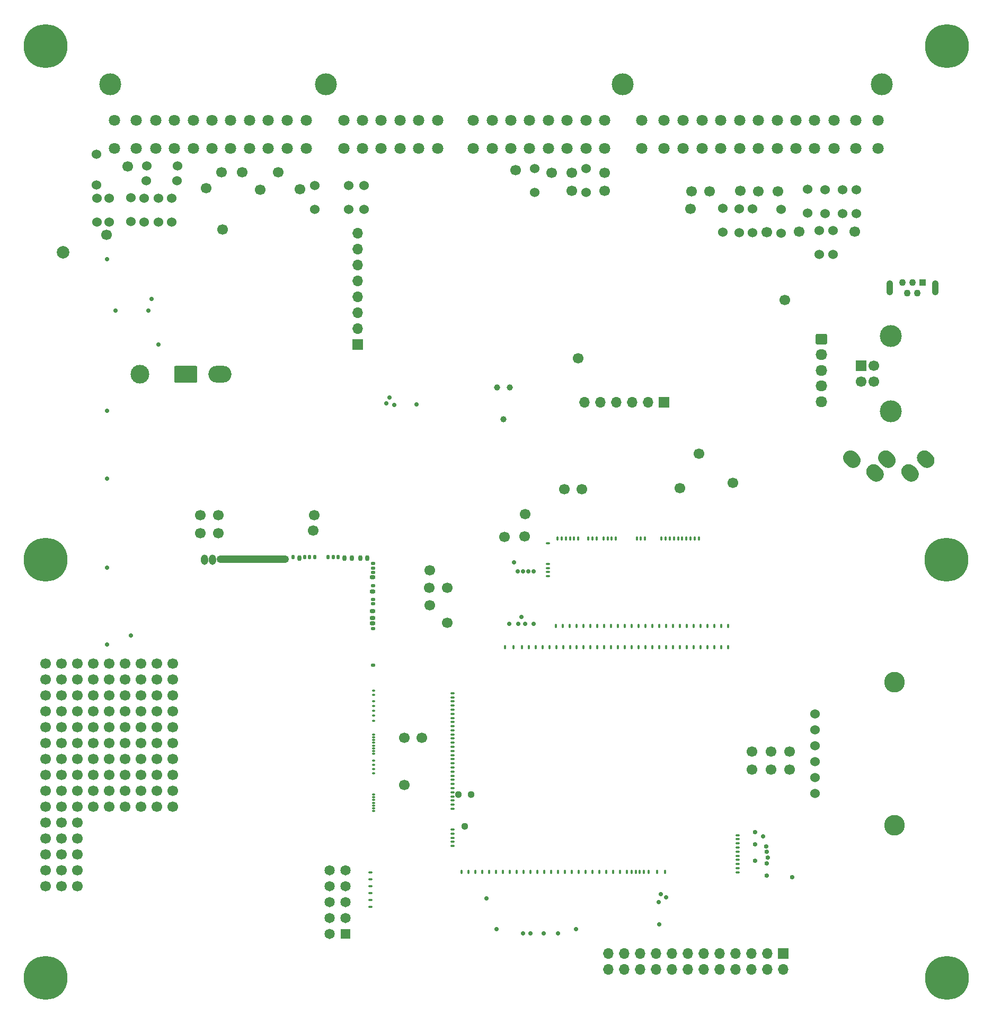
<source format=gbs>
G75*
G70*
%OFA0B0*%
%FSLAX25Y25*%
%IPPOS*%
%LPD*%
%AMOC8*
5,1,8,0,0,1.08239X$1,22.5*
%
%AMM174*
21,1,0.015350,0.009840,-0.000000,-0.000000,180.000000*
21,1,0.000000,0.025200,-0.000000,-0.000000,180.000000*
1,1,0.015350,-0.000000,0.004920*
1,1,0.015350,-0.000000,0.004920*
1,1,0.015350,-0.000000,-0.004920*
1,1,0.015350,-0.000000,-0.004920*
%
%AMM175*
21,1,0.015350,0.009840,-0.000000,-0.000000,270.000000*
21,1,0.000000,0.025200,-0.000000,-0.000000,270.000000*
1,1,0.015350,-0.004920,-0.000000*
1,1,0.015350,-0.004920,-0.000000*
1,1,0.015350,0.004920,-0.000000*
1,1,0.015350,0.004920,-0.000000*
%
%AMM256*
21,1,0.015350,0.009840,-0.000000,-0.000000,90.000000*
21,1,0.000000,0.025200,-0.000000,-0.000000,90.000000*
1,1,0.015350,0.004920,-0.000000*
1,1,0.015350,0.004920,-0.000000*
1,1,0.015350,-0.004920,-0.000000*
1,1,0.015350,-0.004920,-0.000000*
%
%AMM345*
21,1,0.015350,0.009840,-0.000000,0.000000,270.000000*
21,1,0.000000,0.025200,-0.000000,0.000000,270.000000*
1,1,0.015350,-0.004920,0.000000*
1,1,0.015350,-0.004920,0.000000*
1,1,0.015350,0.004920,0.000000*
1,1,0.015350,0.004920,0.000000*
%
%ADD127O,0.04331X0.09449*%
%ADD131C,0.02362*%
%ADD135O,0.02913X0.02126*%
%ADD136C,0.13780*%
%ADD137O,0.04488X0.06457*%
%ADD162O,0.14567X0.10630*%
%ADD167O,0.03150X0.02362*%
%ADD174C,0.04331*%
%ADD192C,0.06693*%
%ADD193C,0.07874*%
%ADD195R,0.06693X0.06693*%
%ADD202C,0.11811*%
%ADD203O,0.03701X0.02913*%
%ADD21O,0.44882X0.04331*%
%ADD215O,0.03937X0.05906*%
%ADD222O,0.02913X0.03701*%
%ADD232C,0.13000*%
%ADD234O,0.45433X0.04882*%
%ADD250C,0.27559*%
%ADD252R,0.06457X0.06457*%
%ADD253R,0.04331X0.04331*%
%ADD262O,0.06693X0.06693*%
%ADD277O,0.07283X0.06693*%
%ADD296C,0.02913*%
%ADD30O,0.02126X0.02913*%
%ADD300C,0.04451*%
%ADD312O,0.01575X0.02362*%
%ADD320O,0.02362X0.03150*%
%ADD336O,0.02362X0.01575*%
%ADD352C,0.07087*%
%ADD356C,0.03900*%
%ADD388M174*%
%ADD389M175*%
%ADD480M256*%
%ADD584M345*%
%ADD70C,0.06457*%
%ADD79C,0.06000*%
%ADD92O,0.02126X0.01339*%
%ADD97O,0.01575X0.00787*%
X0000000Y0000000D02*
%LPD*%
G01*
D131*
X0297120Y0070059D03*
X0303321Y0050748D03*
X0353337Y0050784D03*
X0319955Y0048110D03*
X0324581Y0048110D03*
X0333144Y0048110D03*
X0341904Y0048110D03*
D79*
X0189073Y0503249D03*
X0189073Y0518249D03*
D192*
X0245285Y0141379D03*
X0245285Y0170915D03*
X0130420Y0526497D03*
D195*
X0408865Y0381911D03*
D262*
X0398865Y0381911D03*
X0388865Y0381911D03*
X0378865Y0381911D03*
X0368865Y0381911D03*
X0358865Y0381911D03*
D192*
X0456700Y0514883D03*
X0354633Y0409470D03*
X0079567Y0177549D03*
X0079567Y0187549D03*
X0079567Y0197549D03*
X0079567Y0207549D03*
X0079567Y0217549D03*
X0089567Y0177549D03*
X0089567Y0187549D03*
X0089567Y0197549D03*
X0089567Y0207549D03*
X0089567Y0217549D03*
X0099567Y0177549D03*
X0099567Y0187549D03*
X0099567Y0197549D03*
X0099567Y0207549D03*
X0099567Y0217549D03*
X0350597Y0526301D03*
D79*
X0219987Y0503151D03*
X0219987Y0518151D03*
D192*
X0116936Y0311045D03*
X0049567Y0127549D03*
X0049567Y0137549D03*
X0049567Y0147549D03*
X0049567Y0157549D03*
X0049567Y0167549D03*
X0059567Y0127549D03*
X0059567Y0137549D03*
X0059567Y0147549D03*
X0059567Y0157549D03*
X0059567Y0167549D03*
X0069567Y0127549D03*
X0069567Y0137549D03*
X0069567Y0147549D03*
X0069567Y0157549D03*
X0069567Y0167549D03*
X0467920Y0514785D03*
D215*
X0119744Y0282846D03*
X0124688Y0282846D03*
D21*
X0150059Y0283339D03*
D312*
X0175453Y0284520D03*
D320*
X0179291Y0284126D03*
D312*
X0182716Y0284520D03*
X0185591Y0284520D03*
X0189113Y0284520D03*
X0197283Y0284520D03*
X0200826Y0284520D03*
X0203622Y0284520D03*
D320*
X0207638Y0284126D03*
X0212264Y0284126D03*
X0217579Y0284126D03*
X0222205Y0284126D03*
D336*
X0225748Y0280464D03*
X0225748Y0277728D03*
X0225748Y0275050D03*
D167*
X0225374Y0271823D03*
D336*
X0225748Y0266684D03*
D167*
X0225374Y0262866D03*
D336*
X0225748Y0257846D03*
X0225748Y0255287D03*
D167*
X0225374Y0250563D03*
X0225374Y0246331D03*
X0225374Y0242886D03*
D336*
X0225748Y0239638D03*
X0225748Y0216606D03*
D97*
X0226161Y0200642D03*
X0226161Y0198043D03*
X0226161Y0193870D03*
X0226161Y0191098D03*
X0226161Y0187948D03*
X0226161Y0184799D03*
X0226161Y0181665D03*
X0226161Y0173024D03*
X0226161Y0171291D03*
X0226161Y0169559D03*
X0226161Y0167827D03*
X0226161Y0166095D03*
X0226161Y0164362D03*
X0226161Y0162630D03*
X0226161Y0160898D03*
X0226161Y0156469D03*
X0226161Y0153870D03*
X0226161Y0151272D03*
X0226161Y0148673D03*
X0226161Y0135268D03*
X0226161Y0133535D03*
X0226161Y0131803D03*
X0226161Y0130071D03*
X0226161Y0128339D03*
X0226161Y0126606D03*
X0226161Y0124874D03*
D192*
X0425892Y0514785D03*
D79*
X0445577Y0488978D03*
X0445577Y0503978D03*
D192*
X0528550Y0489194D03*
X0154633Y0515769D03*
D79*
X0456207Y0488781D03*
X0456207Y0503781D03*
X0051975Y0495375D03*
X0051975Y0510375D03*
D136*
X0545831Y0581810D03*
X0060398Y0581810D03*
X0196027Y0581810D03*
X0382642Y0581810D03*
D352*
X0062957Y0541650D03*
X0076727Y0541650D03*
X0088937Y0541650D03*
X0100747Y0541650D03*
X0112557Y0541650D03*
X0124367Y0541650D03*
X0136177Y0541650D03*
X0147987Y0541650D03*
X0159797Y0541650D03*
X0171607Y0541650D03*
X0183817Y0541650D03*
X0062957Y0559370D03*
X0076727Y0559370D03*
X0088937Y0559370D03*
X0100747Y0559370D03*
X0112557Y0559370D03*
X0124367Y0559370D03*
X0136177Y0559370D03*
X0147987Y0559370D03*
X0159797Y0559370D03*
X0171607Y0559370D03*
X0183817Y0559370D03*
X0288744Y0541650D03*
X0300554Y0541650D03*
X0312364Y0541650D03*
X0324174Y0541650D03*
X0335994Y0541650D03*
X0347804Y0541650D03*
X0359614Y0541650D03*
X0371424Y0541650D03*
X0288744Y0559370D03*
X0300554Y0559370D03*
X0312364Y0559370D03*
X0324174Y0559370D03*
X0335994Y0559370D03*
X0347804Y0559370D03*
X0359614Y0559370D03*
X0371424Y0559370D03*
X0394834Y0541650D03*
X0408614Y0541650D03*
X0420834Y0541650D03*
X0432644Y0541650D03*
X0444454Y0541650D03*
X0456264Y0541650D03*
X0468074Y0541650D03*
X0479884Y0541650D03*
X0491694Y0541650D03*
X0503504Y0541650D03*
X0515714Y0541650D03*
X0529494Y0541650D03*
X0543274Y0541650D03*
X0394834Y0559370D03*
X0408614Y0559370D03*
X0420834Y0559370D03*
X0432644Y0559370D03*
X0444454Y0559370D03*
X0456264Y0559370D03*
X0468074Y0559370D03*
X0479884Y0559370D03*
X0491694Y0559370D03*
X0503504Y0559370D03*
X0515714Y0559370D03*
X0529494Y0559370D03*
X0543274Y0559370D03*
X0207248Y0541650D03*
X0219058Y0541650D03*
X0230868Y0541650D03*
X0242678Y0541650D03*
X0254498Y0541650D03*
X0266308Y0541650D03*
X0207248Y0559370D03*
X0219058Y0559370D03*
X0230868Y0559370D03*
X0242678Y0559370D03*
X0254498Y0559370D03*
X0266308Y0559370D03*
D192*
X0166142Y0526694D03*
X0493707Y0489194D03*
X0484652Y0446182D03*
X0357192Y0327285D03*
X0128353Y0299627D03*
X0475991Y0162226D03*
X0480420Y0514686D03*
D79*
X0210341Y0503249D03*
X0210341Y0518249D03*
D253*
X0571266Y0457403D03*
D174*
X0568117Y0450513D03*
X0564967Y0457403D03*
X0561818Y0450513D03*
X0558668Y0457403D03*
D127*
X0579337Y0453958D03*
X0550597Y0453958D03*
D192*
X0261129Y0265375D03*
D195*
X0216148Y0418427D03*
D262*
X0216148Y0428427D03*
X0216148Y0438427D03*
X0216148Y0448427D03*
X0216148Y0458427D03*
X0216148Y0468427D03*
X0216148Y0478427D03*
X0216148Y0488427D03*
D192*
X0475991Y0151064D03*
D195*
X0532743Y0404942D03*
D192*
X0532743Y0395100D03*
X0540617Y0395100D03*
X0540617Y0404942D03*
D136*
X0551286Y0376320D03*
X0551286Y0423722D03*
D192*
X0256349Y0170906D03*
X0487802Y0151064D03*
D131*
X0234091Y0381397D03*
X0236158Y0384842D03*
X0239110Y0380216D03*
X0253087Y0380511D03*
D232*
X0553550Y0205867D03*
X0553550Y0115867D03*
D79*
X0503550Y0185867D03*
X0503550Y0175867D03*
X0503550Y0165867D03*
X0503550Y0155867D03*
X0503550Y0145867D03*
X0503550Y0135867D03*
X0521168Y0515555D03*
X0521168Y0500555D03*
D192*
X0452074Y0331222D03*
X0019567Y0177549D03*
X0019567Y0187549D03*
X0019567Y0197549D03*
X0019567Y0207549D03*
X0019567Y0217549D03*
X0029567Y0177549D03*
X0029567Y0187549D03*
X0029567Y0197549D03*
X0029567Y0207549D03*
X0029567Y0217549D03*
X0039567Y0177549D03*
X0039567Y0187549D03*
X0039567Y0197549D03*
X0039567Y0207549D03*
X0039567Y0217549D03*
X0425302Y0503564D03*
D79*
X0482290Y0488387D03*
X0482290Y0503387D03*
D192*
X0188196Y0301202D03*
X0272448Y0243328D03*
D131*
X0406667Y0072652D03*
X0410112Y0070585D03*
X0405486Y0067632D03*
X0405782Y0053656D03*
D192*
X0116936Y0299627D03*
X0071463Y0530434D03*
D79*
X0090713Y0495273D03*
X0090713Y0510273D03*
D250*
X0019685Y0020079D03*
G36*
G01*
X0223638Y0086788D02*
X0224622Y0086788D01*
G75*
G02*
X0225114Y0086296I0000000J-000492D01*
G01*
X0225114Y0086296D01*
G75*
G02*
X0224622Y0085804I-000492J0000000D01*
G01*
X0223638Y0085804D01*
G75*
G02*
X0223146Y0086296I0000000J0000492D01*
G01*
X0223146Y0086296D01*
G75*
G02*
X0223638Y0086788I0000492J0000000D01*
G01*
G37*
G36*
G01*
X0223638Y0082458D02*
X0224622Y0082458D01*
G75*
G02*
X0225114Y0081965I0000000J-000492D01*
G01*
X0225114Y0081965D01*
G75*
G02*
X0224622Y0081473I-000492J0000000D01*
G01*
X0223638Y0081473D01*
G75*
G02*
X0223146Y0081965I0000000J0000492D01*
G01*
X0223146Y0081965D01*
G75*
G02*
X0223638Y0082458I0000492J0000000D01*
G01*
G37*
G36*
G01*
X0223638Y0078127D02*
X0224622Y0078127D01*
G75*
G02*
X0225114Y0077635I0000000J-000492D01*
G01*
X0225114Y0077635D01*
G75*
G02*
X0224622Y0077143I-000492J0000000D01*
G01*
X0223638Y0077143D01*
G75*
G02*
X0223146Y0077635I0000000J0000492D01*
G01*
X0223146Y0077635D01*
G75*
G02*
X0223638Y0078127I0000492J0000000D01*
G01*
G37*
G36*
G01*
X0223638Y0073796D02*
X0224622Y0073796D01*
G75*
G02*
X0225114Y0073304I0000000J-000492D01*
G01*
X0225114Y0073304D01*
G75*
G02*
X0224622Y0072812I-000492J0000000D01*
G01*
X0223638Y0072812D01*
G75*
G02*
X0223146Y0073304I0000000J0000492D01*
G01*
X0223146Y0073304D01*
G75*
G02*
X0223638Y0073796I0000492J0000000D01*
G01*
G37*
G36*
G01*
X0223638Y0069465D02*
X0224622Y0069465D01*
G75*
G02*
X0225114Y0068973I0000000J-000492D01*
G01*
X0225114Y0068973D01*
G75*
G02*
X0224622Y0068481I-000492J0000000D01*
G01*
X0223638Y0068481D01*
G75*
G02*
X0223146Y0068973I0000000J0000492D01*
G01*
X0223146Y0068973D01*
G75*
G02*
X0223638Y0069465I0000492J0000000D01*
G01*
G37*
G36*
G01*
X0223638Y0065135D02*
X0224622Y0065135D01*
G75*
G02*
X0225114Y0064643I0000000J-000492D01*
G01*
X0225114Y0064643D01*
G75*
G02*
X0224622Y0064151I-000492J0000000D01*
G01*
X0223638Y0064151D01*
G75*
G02*
X0223146Y0064643I0000000J0000492D01*
G01*
X0223146Y0064643D01*
G75*
G02*
X0223638Y0065135I0000492J0000000D01*
G01*
G37*
D192*
X0437211Y0514785D03*
X0320971Y0297560D03*
X0487802Y0162226D03*
X0371266Y0514982D03*
X0019567Y0077549D03*
X0019567Y0087549D03*
X0019567Y0097549D03*
X0019567Y0107549D03*
X0019567Y0117549D03*
X0029567Y0077549D03*
X0029567Y0087549D03*
X0029567Y0097549D03*
X0029567Y0107549D03*
X0029567Y0117549D03*
X0039567Y0077549D03*
X0039567Y0087549D03*
X0039567Y0097549D03*
X0039567Y0107549D03*
X0039567Y0117549D03*
G36*
G01*
X0335286Y0273039D02*
X0336270Y0273039D01*
G75*
G02*
X0336762Y0272547I0000000J-000492D01*
G01*
X0336762Y0272547D01*
G75*
G02*
X0336270Y0272054I-000492J0000000D01*
G01*
X0335286Y0272054D01*
G75*
G02*
X0334794Y0272547I0000000J0000492D01*
G01*
X0334794Y0272547D01*
G75*
G02*
X0335286Y0273039I0000492J0000000D01*
G01*
G37*
G36*
G01*
X0335286Y0275637D02*
X0336270Y0275637D01*
G75*
G02*
X0336762Y0275145I0000000J-000492D01*
G01*
X0336762Y0275145D01*
G75*
G02*
X0336270Y0274653I-000492J0000000D01*
G01*
X0335286Y0274653D01*
G75*
G02*
X0334794Y0275145I0000000J0000492D01*
G01*
X0334794Y0275145D01*
G75*
G02*
X0335286Y0275637I0000492J0000000D01*
G01*
G37*
G36*
G01*
X0335286Y0278236D02*
X0336270Y0278236D01*
G75*
G02*
X0336762Y0277743I0000000J-000492D01*
G01*
X0336762Y0277743D01*
G75*
G02*
X0336270Y0277251I-000492J0000000D01*
G01*
X0335286Y0277251D01*
G75*
G02*
X0334794Y0277743I0000000J0000492D01*
G01*
X0334794Y0277743D01*
G75*
G02*
X0335286Y0278236I0000492J0000000D01*
G01*
G37*
G36*
G01*
X0335286Y0280834D02*
X0336270Y0280834D01*
G75*
G02*
X0336762Y0280342I0000000J-000492D01*
G01*
X0336762Y0280342D01*
G75*
G02*
X0336270Y0279850I-000492J0000000D01*
G01*
X0335286Y0279850D01*
G75*
G02*
X0334794Y0280342I0000000J0000492D01*
G01*
X0334794Y0280342D01*
G75*
G02*
X0335286Y0280834I0000492J0000000D01*
G01*
G37*
G36*
G01*
X0335286Y0293826D02*
X0336270Y0293826D01*
G75*
G02*
X0336762Y0293334I0000000J-000492D01*
G01*
X0336762Y0293334D01*
G75*
G02*
X0336270Y0292842I-000492J0000000D01*
G01*
X0335286Y0292842D01*
G75*
G02*
X0334794Y0293334I0000000J0000492D01*
G01*
X0334794Y0293334D01*
G75*
G02*
X0335286Y0293826I0000492J0000000D01*
G01*
G37*
G36*
G01*
X0448554Y0240681D02*
X0448554Y0241665D01*
G75*
G02*
X0449046Y0242158I0000492J0000000D01*
G01*
X0449046Y0242158D01*
G75*
G02*
X0449538Y0241665I0000000J-000492D01*
G01*
X0449538Y0240681D01*
G75*
G02*
X0449046Y0240189I-000492J0000000D01*
G01*
X0449046Y0240189D01*
G75*
G02*
X0448554Y0240681I0000000J0000492D01*
G01*
G37*
G36*
G01*
X0445207Y0241665D02*
X0445207Y0240681D01*
G75*
G02*
X0444715Y0240189I-000492J0000000D01*
G01*
X0444715Y0240189D01*
G75*
G02*
X0444223Y0240681I0000000J0000492D01*
G01*
X0444223Y0241665D01*
G75*
G02*
X0444715Y0242158I0000492J0000000D01*
G01*
X0444715Y0242158D01*
G75*
G02*
X0445207Y0241665I0000000J-000492D01*
G01*
G37*
G36*
G01*
X0440877Y0241665D02*
X0440877Y0240681D01*
G75*
G02*
X0440384Y0240189I-000492J0000000D01*
G01*
X0440384Y0240189D01*
G75*
G02*
X0439892Y0240681I0000000J0000492D01*
G01*
X0439892Y0241665D01*
G75*
G02*
X0440384Y0242158I0000492J0000000D01*
G01*
X0440384Y0242158D01*
G75*
G02*
X0440877Y0241665I0000000J-000492D01*
G01*
G37*
G36*
G01*
X0436546Y0241665D02*
X0436546Y0240681D01*
G75*
G02*
X0436054Y0240189I-000492J0000000D01*
G01*
X0436054Y0240189D01*
G75*
G02*
X0435562Y0240681I0000000J0000492D01*
G01*
X0435562Y0241665D01*
G75*
G02*
X0436054Y0242158I0000492J0000000D01*
G01*
X0436054Y0242158D01*
G75*
G02*
X0436546Y0241665I0000000J-000492D01*
G01*
G37*
G36*
G01*
X0432215Y0241665D02*
X0432215Y0240681D01*
G75*
G02*
X0431723Y0240189I-000492J0000000D01*
G01*
X0431723Y0240189D01*
G75*
G02*
X0431231Y0240681I0000000J0000492D01*
G01*
X0431231Y0241665D01*
G75*
G02*
X0431723Y0242158I0000492J0000000D01*
G01*
X0431723Y0242158D01*
G75*
G02*
X0432215Y0241665I0000000J-000492D01*
G01*
G37*
G36*
G01*
X0427884Y0241665D02*
X0427884Y0240681D01*
G75*
G02*
X0427392Y0240189I-000492J0000000D01*
G01*
X0427392Y0240189D01*
G75*
G02*
X0426900Y0240681I0000000J0000492D01*
G01*
X0426900Y0241665D01*
G75*
G02*
X0427392Y0242158I0000492J0000000D01*
G01*
X0427392Y0242158D01*
G75*
G02*
X0427884Y0241665I0000000J-000492D01*
G01*
G37*
G36*
G01*
X0423554Y0241665D02*
X0423554Y0240681D01*
G75*
G02*
X0423062Y0240189I-000492J0000000D01*
G01*
X0423062Y0240189D01*
G75*
G02*
X0422569Y0240681I0000000J0000492D01*
G01*
X0422569Y0241665D01*
G75*
G02*
X0423062Y0242158I0000492J0000000D01*
G01*
X0423062Y0242158D01*
G75*
G02*
X0423554Y0241665I0000000J-000492D01*
G01*
G37*
G36*
G01*
X0419223Y0241665D02*
X0419223Y0240681D01*
G75*
G02*
X0418731Y0240189I-000492J0000000D01*
G01*
X0418731Y0240189D01*
G75*
G02*
X0418239Y0240681I0000000J0000492D01*
G01*
X0418239Y0241665D01*
G75*
G02*
X0418731Y0242158I0000492J0000000D01*
G01*
X0418731Y0242158D01*
G75*
G02*
X0419223Y0241665I0000000J-000492D01*
G01*
G37*
G36*
G01*
X0414892Y0241665D02*
X0414892Y0240681D01*
G75*
G02*
X0414400Y0240189I-000492J0000000D01*
G01*
X0414400Y0240189D01*
G75*
G02*
X0413908Y0240681I0000000J0000492D01*
G01*
X0413908Y0241665D01*
G75*
G02*
X0414400Y0242158I0000492J0000000D01*
G01*
X0414400Y0242158D01*
G75*
G02*
X0414892Y0241665I0000000J-000492D01*
G01*
G37*
G36*
G01*
X0410562Y0241665D02*
X0410562Y0240681D01*
G75*
G02*
X0410069Y0240189I-000492J0000000D01*
G01*
X0410069Y0240189D01*
G75*
G02*
X0409577Y0240681I0000000J0000492D01*
G01*
X0409577Y0241665D01*
G75*
G02*
X0410069Y0242158I0000492J0000000D01*
G01*
X0410069Y0242158D01*
G75*
G02*
X0410562Y0241665I0000000J-000492D01*
G01*
G37*
G36*
G01*
X0406231Y0241665D02*
X0406231Y0240681D01*
G75*
G02*
X0405739Y0240189I-000492J0000000D01*
G01*
X0405739Y0240189D01*
G75*
G02*
X0405247Y0240681I0000000J0000492D01*
G01*
X0405247Y0241665D01*
G75*
G02*
X0405739Y0242158I0000492J0000000D01*
G01*
X0405739Y0242158D01*
G75*
G02*
X0406231Y0241665I0000000J-000492D01*
G01*
G37*
G36*
G01*
X0401900Y0241665D02*
X0401900Y0240681D01*
G75*
G02*
X0401408Y0240189I-000492J0000000D01*
G01*
X0401408Y0240189D01*
G75*
G02*
X0400916Y0240681I0000000J0000492D01*
G01*
X0400916Y0241665D01*
G75*
G02*
X0401408Y0242158I0000492J0000000D01*
G01*
X0401408Y0242158D01*
G75*
G02*
X0401900Y0241665I0000000J-000492D01*
G01*
G37*
G36*
G01*
X0397570Y0241665D02*
X0397570Y0240681D01*
G75*
G02*
X0397077Y0240189I-000492J0000000D01*
G01*
X0397077Y0240189D01*
G75*
G02*
X0396585Y0240681I0000000J0000492D01*
G01*
X0396585Y0241665D01*
G75*
G02*
X0397077Y0242158I0000492J0000000D01*
G01*
X0397077Y0242158D01*
G75*
G02*
X0397570Y0241665I0000000J-000492D01*
G01*
G37*
G36*
G01*
X0393239Y0241665D02*
X0393239Y0240681D01*
G75*
G02*
X0392747Y0240189I-000492J0000000D01*
G01*
X0392747Y0240189D01*
G75*
G02*
X0392255Y0240681I0000000J0000492D01*
G01*
X0392255Y0241665D01*
G75*
G02*
X0392747Y0242158I0000492J0000000D01*
G01*
X0392747Y0242158D01*
G75*
G02*
X0393239Y0241665I0000000J-000492D01*
G01*
G37*
G36*
G01*
X0388908Y0241665D02*
X0388908Y0240681D01*
G75*
G02*
X0388416Y0240189I-000492J0000000D01*
G01*
X0388416Y0240189D01*
G75*
G02*
X0387924Y0240681I0000000J0000492D01*
G01*
X0387924Y0241665D01*
G75*
G02*
X0388416Y0242158I0000492J0000000D01*
G01*
X0388416Y0242158D01*
G75*
G02*
X0388908Y0241665I0000000J-000492D01*
G01*
G37*
G36*
G01*
X0384577Y0241665D02*
X0384577Y0240681D01*
G75*
G02*
X0384085Y0240189I-000492J0000000D01*
G01*
X0384085Y0240189D01*
G75*
G02*
X0383593Y0240681I0000000J0000492D01*
G01*
X0383593Y0241665D01*
G75*
G02*
X0384085Y0242158I0000492J0000000D01*
G01*
X0384085Y0242158D01*
G75*
G02*
X0384577Y0241665I0000000J-000492D01*
G01*
G37*
G36*
G01*
X0380247Y0241665D02*
X0380247Y0240681D01*
G75*
G02*
X0379755Y0240189I-000492J0000000D01*
G01*
X0379755Y0240189D01*
G75*
G02*
X0379262Y0240681I0000000J0000492D01*
G01*
X0379262Y0241665D01*
G75*
G02*
X0379755Y0242158I0000492J0000000D01*
G01*
X0379755Y0242158D01*
G75*
G02*
X0380247Y0241665I0000000J-000492D01*
G01*
G37*
G36*
G01*
X0375916Y0241665D02*
X0375916Y0240681D01*
G75*
G02*
X0375424Y0240189I-000492J0000000D01*
G01*
X0375424Y0240189D01*
G75*
G02*
X0374932Y0240681I0000000J0000492D01*
G01*
X0374932Y0241665D01*
G75*
G02*
X0375424Y0242158I0000492J0000000D01*
G01*
X0375424Y0242158D01*
G75*
G02*
X0375916Y0241665I0000000J-000492D01*
G01*
G37*
G36*
G01*
X0371585Y0241665D02*
X0371585Y0240681D01*
G75*
G02*
X0371093Y0240189I-000492J0000000D01*
G01*
X0371093Y0240189D01*
G75*
G02*
X0370601Y0240681I0000000J0000492D01*
G01*
X0370601Y0241665D01*
G75*
G02*
X0371093Y0242158I0000492J0000000D01*
G01*
X0371093Y0242158D01*
G75*
G02*
X0371585Y0241665I0000000J-000492D01*
G01*
G37*
G36*
G01*
X0367255Y0241665D02*
X0367255Y0240681D01*
G75*
G02*
X0366762Y0240189I-000492J0000000D01*
G01*
X0366762Y0240189D01*
G75*
G02*
X0366270Y0240681I0000000J0000492D01*
G01*
X0366270Y0241665D01*
G75*
G02*
X0366762Y0242158I0000492J0000000D01*
G01*
X0366762Y0242158D01*
G75*
G02*
X0367255Y0241665I0000000J-000492D01*
G01*
G37*
G36*
G01*
X0362924Y0241665D02*
X0362924Y0240681D01*
G75*
G02*
X0362432Y0240189I-000492J0000000D01*
G01*
X0362432Y0240189D01*
G75*
G02*
X0361940Y0240681I0000000J0000492D01*
G01*
X0361940Y0241665D01*
G75*
G02*
X0362432Y0242158I0000492J0000000D01*
G01*
X0362432Y0242158D01*
G75*
G02*
X0362924Y0241665I0000000J-000492D01*
G01*
G37*
G36*
G01*
X0358593Y0241665D02*
X0358593Y0240681D01*
G75*
G02*
X0358101Y0240189I-000492J0000000D01*
G01*
X0358101Y0240189D01*
G75*
G02*
X0357609Y0240681I0000000J0000492D01*
G01*
X0357609Y0241665D01*
G75*
G02*
X0358101Y0242158I0000492J0000000D01*
G01*
X0358101Y0242158D01*
G75*
G02*
X0358593Y0241665I0000000J-000492D01*
G01*
G37*
G36*
G01*
X0354263Y0241665D02*
X0354263Y0240681D01*
G75*
G02*
X0353770Y0240189I-000492J0000000D01*
G01*
X0353770Y0240189D01*
G75*
G02*
X0353278Y0240681I0000000J0000492D01*
G01*
X0353278Y0241665D01*
G75*
G02*
X0353770Y0242158I0000492J0000000D01*
G01*
X0353770Y0242158D01*
G75*
G02*
X0354263Y0241665I0000000J-000492D01*
G01*
G37*
G36*
G01*
X0349932Y0241665D02*
X0349932Y0240681D01*
G75*
G02*
X0349440Y0240189I-000492J0000000D01*
G01*
X0349440Y0240189D01*
G75*
G02*
X0348948Y0240681I0000000J0000492D01*
G01*
X0348948Y0241665D01*
G75*
G02*
X0349440Y0242158I0000492J0000000D01*
G01*
X0349440Y0242158D01*
G75*
G02*
X0349932Y0241665I0000000J-000492D01*
G01*
G37*
G36*
G01*
X0345601Y0241665D02*
X0345601Y0240681D01*
G75*
G02*
X0345109Y0240189I-000492J0000000D01*
G01*
X0345109Y0240189D01*
G75*
G02*
X0344617Y0240681I0000000J0000492D01*
G01*
X0344617Y0241665D01*
G75*
G02*
X0345109Y0242158I0000492J0000000D01*
G01*
X0345109Y0242158D01*
G75*
G02*
X0345601Y0241665I0000000J-000492D01*
G01*
G37*
G36*
G01*
X0341270Y0241665D02*
X0341270Y0240681D01*
G75*
G02*
X0340778Y0240189I-000492J0000000D01*
G01*
X0340778Y0240189D01*
G75*
G02*
X0340286Y0240681I0000000J0000492D01*
G01*
X0340286Y0241665D01*
G75*
G02*
X0340778Y0242158I0000492J0000000D01*
G01*
X0340778Y0242158D01*
G75*
G02*
X0341270Y0241665I0000000J-000492D01*
G01*
G37*
G36*
G01*
X0342258Y0296634D02*
X0342258Y0295650D01*
G75*
G02*
X0341766Y0295158I-000492J0000000D01*
G01*
X0341766Y0295158D01*
G75*
G02*
X0341274Y0295650I0000000J0000492D01*
G01*
X0341274Y0296634D01*
G75*
G02*
X0341766Y0297126I0000492J0000000D01*
G01*
X0341766Y0297126D01*
G75*
G02*
X0342258Y0296634I0000000J-000492D01*
G01*
G37*
G36*
G01*
X0344857Y0296634D02*
X0344857Y0295650D01*
G75*
G02*
X0344365Y0295158I-000492J0000000D01*
G01*
X0344365Y0295158D01*
G75*
G02*
X0343873Y0295650I0000000J0000492D01*
G01*
X0343873Y0296634D01*
G75*
G02*
X0344365Y0297126I0000492J0000000D01*
G01*
X0344365Y0297126D01*
G75*
G02*
X0344857Y0296634I0000000J-000492D01*
G01*
G37*
G36*
G01*
X0347455Y0296634D02*
X0347455Y0295650D01*
G75*
G02*
X0346963Y0295158I-000492J0000000D01*
G01*
X0346963Y0295158D01*
G75*
G02*
X0346471Y0295650I0000000J0000492D01*
G01*
X0346471Y0296634D01*
G75*
G02*
X0346963Y0297126I0000492J0000000D01*
G01*
X0346963Y0297126D01*
G75*
G02*
X0347455Y0296634I0000000J-000492D01*
G01*
G37*
G36*
G01*
X0350054Y0296634D02*
X0350054Y0295650D01*
G75*
G02*
X0349562Y0295158I-000492J0000000D01*
G01*
X0349562Y0295158D01*
G75*
G02*
X0349069Y0295650I0000000J0000492D01*
G01*
X0349069Y0296634D01*
G75*
G02*
X0349562Y0297126I0000492J0000000D01*
G01*
X0349562Y0297126D01*
G75*
G02*
X0350054Y0296634I0000000J-000492D01*
G01*
G37*
G36*
G01*
X0352652Y0296634D02*
X0352652Y0295650D01*
G75*
G02*
X0352160Y0295158I-000492J0000000D01*
G01*
X0352160Y0295158D01*
G75*
G02*
X0351668Y0295650I0000000J0000492D01*
G01*
X0351668Y0296634D01*
G75*
G02*
X0352160Y0297126I0000492J0000000D01*
G01*
X0352160Y0297126D01*
G75*
G02*
X0352652Y0296634I0000000J-000492D01*
G01*
G37*
G36*
G01*
X0355251Y0296634D02*
X0355251Y0295650D01*
G75*
G02*
X0354758Y0295158I-000492J0000000D01*
G01*
X0354758Y0295158D01*
G75*
G02*
X0354266Y0295650I0000000J0000492D01*
G01*
X0354266Y0296634D01*
G75*
G02*
X0354758Y0297126I0000492J0000000D01*
G01*
X0354758Y0297126D01*
G75*
G02*
X0355251Y0296634I0000000J-000492D01*
G01*
G37*
G36*
G01*
X0361554Y0296634D02*
X0361554Y0295650D01*
G75*
G02*
X0361062Y0295158I-000492J0000000D01*
G01*
X0361062Y0295158D01*
G75*
G02*
X0360569Y0295650I0000000J0000492D01*
G01*
X0360569Y0296634D01*
G75*
G02*
X0361062Y0297126I0000492J0000000D01*
G01*
X0361062Y0297126D01*
G75*
G02*
X0361554Y0296634I0000000J-000492D01*
G01*
G37*
G36*
G01*
X0364152Y0296634D02*
X0364152Y0295650D01*
G75*
G02*
X0363660Y0295158I-000492J0000000D01*
G01*
X0363660Y0295158D01*
G75*
G02*
X0363168Y0295650I0000000J0000492D01*
G01*
X0363168Y0296634D01*
G75*
G02*
X0363660Y0297126I0000492J0000000D01*
G01*
X0363660Y0297126D01*
G75*
G02*
X0364152Y0296634I0000000J-000492D01*
G01*
G37*
G36*
G01*
X0366751Y0296634D02*
X0366751Y0295650D01*
G75*
G02*
X0366258Y0295158I-000492J0000000D01*
G01*
X0366258Y0295158D01*
G75*
G02*
X0365766Y0295650I0000000J0000492D01*
G01*
X0365766Y0296634D01*
G75*
G02*
X0366258Y0297126I0000492J0000000D01*
G01*
X0366258Y0297126D01*
G75*
G02*
X0366751Y0296634I0000000J-000492D01*
G01*
G37*
G36*
G01*
X0371164Y0296634D02*
X0371164Y0295650D01*
G75*
G02*
X0370671Y0295158I-000492J0000000D01*
G01*
X0370671Y0295158D01*
G75*
G02*
X0370179Y0295650I0000000J0000492D01*
G01*
X0370179Y0296634D01*
G75*
G02*
X0370671Y0297126I0000492J0000000D01*
G01*
X0370671Y0297126D01*
G75*
G02*
X0371164Y0296634I0000000J-000492D01*
G01*
G37*
G36*
G01*
X0373762Y0296634D02*
X0373762Y0295650D01*
G75*
G02*
X0373270Y0295158I-000492J0000000D01*
G01*
X0373270Y0295158D01*
G75*
G02*
X0372778Y0295650I0000000J0000492D01*
G01*
X0372778Y0296634D01*
G75*
G02*
X0373270Y0297126I0000492J0000000D01*
G01*
X0373270Y0297126D01*
G75*
G02*
X0373762Y0296634I0000000J-000492D01*
G01*
G37*
G36*
G01*
X0376360Y0296634D02*
X0376360Y0295650D01*
G75*
G02*
X0375868Y0295158I-000492J0000000D01*
G01*
X0375868Y0295158D01*
G75*
G02*
X0375376Y0295650I0000000J0000492D01*
G01*
X0375376Y0296634D01*
G75*
G02*
X0375868Y0297126I0000492J0000000D01*
G01*
X0375868Y0297126D01*
G75*
G02*
X0376360Y0296634I0000000J-000492D01*
G01*
G37*
G36*
G01*
X0378959Y0296634D02*
X0378959Y0295650D01*
G75*
G02*
X0378467Y0295158I-000492J0000000D01*
G01*
X0378467Y0295158D01*
G75*
G02*
X0377975Y0295650I0000000J0000492D01*
G01*
X0377975Y0296634D01*
G75*
G02*
X0378467Y0297126I0000492J0000000D01*
G01*
X0378467Y0297126D01*
G75*
G02*
X0378959Y0296634I0000000J-000492D01*
G01*
G37*
G36*
G01*
X0392054Y0296634D02*
X0392054Y0295650D01*
G75*
G02*
X0391562Y0295158I-000492J0000000D01*
G01*
X0391562Y0295158D01*
G75*
G02*
X0391069Y0295650I0000000J0000492D01*
G01*
X0391069Y0296634D01*
G75*
G02*
X0391562Y0297126I0000492J0000000D01*
G01*
X0391562Y0297126D01*
G75*
G02*
X0392054Y0296634I0000000J-000492D01*
G01*
G37*
G36*
G01*
X0394652Y0296634D02*
X0394652Y0295650D01*
G75*
G02*
X0394160Y0295158I-000492J0000000D01*
G01*
X0394160Y0295158D01*
G75*
G02*
X0393668Y0295650I0000000J0000492D01*
G01*
X0393668Y0296634D01*
G75*
G02*
X0394160Y0297126I0000492J0000000D01*
G01*
X0394160Y0297126D01*
G75*
G02*
X0394652Y0296634I0000000J-000492D01*
G01*
G37*
G36*
G01*
X0397251Y0296634D02*
X0397251Y0295650D01*
G75*
G02*
X0396758Y0295158I-000492J0000000D01*
G01*
X0396758Y0295158D01*
G75*
G02*
X0396266Y0295650I0000000J0000492D01*
G01*
X0396266Y0296634D01*
G75*
G02*
X0396758Y0297126I0000492J0000000D01*
G01*
X0396758Y0297126D01*
G75*
G02*
X0397251Y0296634I0000000J-000492D01*
G01*
G37*
G36*
G01*
X0407668Y0296634D02*
X0407668Y0295650D01*
G75*
G02*
X0407176Y0295158I-000492J0000000D01*
G01*
X0407176Y0295158D01*
G75*
G02*
X0406684Y0295650I0000000J0000492D01*
G01*
X0406684Y0296634D01*
G75*
G02*
X0407176Y0297126I0000492J0000000D01*
G01*
X0407176Y0297126D01*
G75*
G02*
X0407668Y0296634I0000000J-000492D01*
G01*
G37*
G36*
G01*
X0410266Y0296634D02*
X0410266Y0295650D01*
G75*
G02*
X0409774Y0295158I-000492J0000000D01*
G01*
X0409774Y0295158D01*
G75*
G02*
X0409282Y0295650I0000000J0000492D01*
G01*
X0409282Y0296634D01*
G75*
G02*
X0409774Y0297126I0000492J0000000D01*
G01*
X0409774Y0297126D01*
G75*
G02*
X0410266Y0296634I0000000J-000492D01*
G01*
G37*
G36*
G01*
X0412865Y0296634D02*
X0412865Y0295650D01*
G75*
G02*
X0412373Y0295158I-000492J0000000D01*
G01*
X0412373Y0295158D01*
G75*
G02*
X0411880Y0295650I0000000J0000492D01*
G01*
X0411880Y0296634D01*
G75*
G02*
X0412373Y0297126I0000492J0000000D01*
G01*
X0412373Y0297126D01*
G75*
G02*
X0412865Y0296634I0000000J-000492D01*
G01*
G37*
G36*
G01*
X0415463Y0296634D02*
X0415463Y0295650D01*
G75*
G02*
X0414971Y0295158I-000492J0000000D01*
G01*
X0414971Y0295158D01*
G75*
G02*
X0414479Y0295650I0000000J0000492D01*
G01*
X0414479Y0296634D01*
G75*
G02*
X0414971Y0297126I0000492J0000000D01*
G01*
X0414971Y0297126D01*
G75*
G02*
X0415463Y0296634I0000000J-000492D01*
G01*
G37*
G36*
G01*
X0418062Y0296634D02*
X0418062Y0295650D01*
G75*
G02*
X0417569Y0295158I-000492J0000000D01*
G01*
X0417569Y0295158D01*
G75*
G02*
X0417077Y0295650I0000000J0000492D01*
G01*
X0417077Y0296634D01*
G75*
G02*
X0417569Y0297126I0000492J0000000D01*
G01*
X0417569Y0297126D01*
G75*
G02*
X0418062Y0296634I0000000J-000492D01*
G01*
G37*
G36*
G01*
X0420660Y0296634D02*
X0420660Y0295650D01*
G75*
G02*
X0420168Y0295158I-000492J0000000D01*
G01*
X0420168Y0295158D01*
G75*
G02*
X0419676Y0295650I0000000J0000492D01*
G01*
X0419676Y0296634D01*
G75*
G02*
X0420168Y0297126I0000492J0000000D01*
G01*
X0420168Y0297126D01*
G75*
G02*
X0420660Y0296634I0000000J-000492D01*
G01*
G37*
G36*
G01*
X0423258Y0296634D02*
X0423258Y0295650D01*
G75*
G02*
X0422766Y0295158I-000492J0000000D01*
G01*
X0422766Y0295158D01*
G75*
G02*
X0422274Y0295650I0000000J0000492D01*
G01*
X0422274Y0296634D01*
G75*
G02*
X0422766Y0297126I0000492J0000000D01*
G01*
X0422766Y0297126D01*
G75*
G02*
X0423258Y0296634I0000000J-000492D01*
G01*
G37*
G36*
G01*
X0425857Y0296634D02*
X0425857Y0295650D01*
G75*
G02*
X0425365Y0295158I-000492J0000000D01*
G01*
X0425365Y0295158D01*
G75*
G02*
X0424873Y0295650I0000000J0000492D01*
G01*
X0424873Y0296634D01*
G75*
G02*
X0425365Y0297126I0000492J0000000D01*
G01*
X0425365Y0297126D01*
G75*
G02*
X0425857Y0296634I0000000J-000492D01*
G01*
G37*
G36*
G01*
X0428455Y0296634D02*
X0428455Y0295650D01*
G75*
G02*
X0427963Y0295158I-000492J0000000D01*
G01*
X0427963Y0295158D01*
G75*
G02*
X0427471Y0295650I0000000J0000492D01*
G01*
X0427471Y0296634D01*
G75*
G02*
X0427963Y0297126I0000492J0000000D01*
G01*
X0427963Y0297126D01*
G75*
G02*
X0428455Y0296634I0000000J-000492D01*
G01*
G37*
G36*
G01*
X0431054Y0296634D02*
X0431054Y0295650D01*
G75*
G02*
X0430562Y0295158I-000492J0000000D01*
G01*
X0430562Y0295158D01*
G75*
G02*
X0430069Y0295650I0000000J0000492D01*
G01*
X0430069Y0296634D01*
G75*
G02*
X0430562Y0297126I0000492J0000000D01*
G01*
X0430562Y0297126D01*
G75*
G02*
X0431054Y0296634I0000000J-000492D01*
G01*
G37*
D79*
X0059751Y0495375D03*
X0059751Y0510375D03*
X0510144Y0500690D03*
X0510144Y0515690D03*
G36*
G01*
X0275360Y0103401D02*
X0276345Y0103401D01*
G75*
G02*
X0276837Y0102909I0000000J-000492D01*
G01*
X0276837Y0102909D01*
G75*
G02*
X0276345Y0102417I-000492J0000000D01*
G01*
X0275360Y0102417D01*
G75*
G02*
X0274868Y0102909I0000000J0000492D01*
G01*
X0274868Y0102909D01*
G75*
G02*
X0275360Y0103401I0000492J0000000D01*
G01*
G37*
G36*
G01*
X0276345Y0105015D02*
X0275360Y0105015D01*
G75*
G02*
X0274868Y0105507I0000000J0000492D01*
G01*
X0274868Y0105507D01*
G75*
G02*
X0275360Y0105999I0000492J0000000D01*
G01*
X0276345Y0105999D01*
G75*
G02*
X0276837Y0105507I0000000J-000492D01*
G01*
X0276837Y0105507D01*
G75*
G02*
X0276345Y0105015I-000492J0000000D01*
G01*
G37*
G36*
G01*
X0276345Y0107614D02*
X0275360Y0107614D01*
G75*
G02*
X0274868Y0108106I0000000J0000492D01*
G01*
X0274868Y0108106D01*
G75*
G02*
X0275360Y0108598I0000492J0000000D01*
G01*
X0276345Y0108598D01*
G75*
G02*
X0276837Y0108106I0000000J-000492D01*
G01*
X0276837Y0108106D01*
G75*
G02*
X0276345Y0107614I-000492J0000000D01*
G01*
G37*
G36*
G01*
X0276345Y0110212D02*
X0275360Y0110212D01*
G75*
G02*
X0274868Y0110704I0000000J0000492D01*
G01*
X0274868Y0110704D01*
G75*
G02*
X0275360Y0111196I0000492J0000000D01*
G01*
X0276345Y0111196D01*
G75*
G02*
X0276837Y0110704I0000000J-000492D01*
G01*
X0276837Y0110704D01*
G75*
G02*
X0276345Y0110212I-000492J0000000D01*
G01*
G37*
G36*
G01*
X0276345Y0112810D02*
X0275360Y0112810D01*
G75*
G02*
X0274868Y0113303I0000000J0000492D01*
G01*
X0274868Y0113303D01*
G75*
G02*
X0275360Y0113795I0000492J0000000D01*
G01*
X0276345Y0113795D01*
G75*
G02*
X0276837Y0113303I0000000J-000492D01*
G01*
X0276837Y0113303D01*
G75*
G02*
X0276345Y0112810I-000492J0000000D01*
G01*
G37*
G36*
G01*
X0276345Y0125803D02*
X0275360Y0125803D01*
G75*
G02*
X0274868Y0126295I0000000J0000492D01*
G01*
X0274868Y0126295D01*
G75*
G02*
X0275360Y0126787I0000492J0000000D01*
G01*
X0276345Y0126787D01*
G75*
G02*
X0276837Y0126295I0000000J-000492D01*
G01*
X0276837Y0126295D01*
G75*
G02*
X0276345Y0125803I-000492J0000000D01*
G01*
G37*
G36*
G01*
X0276345Y0128401D02*
X0275360Y0128401D01*
G75*
G02*
X0274868Y0128893I0000000J0000492D01*
G01*
X0274868Y0128893D01*
G75*
G02*
X0275360Y0129385I0000492J0000000D01*
G01*
X0276345Y0129385D01*
G75*
G02*
X0276837Y0128893I0000000J-000492D01*
G01*
X0276837Y0128893D01*
G75*
G02*
X0276345Y0128401I-000492J0000000D01*
G01*
G37*
G36*
G01*
X0276345Y0130999D02*
X0275360Y0130999D01*
G75*
G02*
X0274868Y0131492I0000000J0000492D01*
G01*
X0274868Y0131492D01*
G75*
G02*
X0275360Y0131984I0000492J0000000D01*
G01*
X0276345Y0131984D01*
G75*
G02*
X0276837Y0131492I0000000J-000492D01*
G01*
X0276837Y0131492D01*
G75*
G02*
X0276345Y0130999I-000492J0000000D01*
G01*
G37*
G36*
G01*
X0276345Y0133598D02*
X0275360Y0133598D01*
G75*
G02*
X0274868Y0134090I0000000J0000492D01*
G01*
X0274868Y0134090D01*
G75*
G02*
X0275360Y0134582I0000492J0000000D01*
G01*
X0276345Y0134582D01*
G75*
G02*
X0276837Y0134090I0000000J-000492D01*
G01*
X0276837Y0134090D01*
G75*
G02*
X0276345Y0133598I-000492J0000000D01*
G01*
G37*
G36*
G01*
X0276345Y0136196D02*
X0275360Y0136196D01*
G75*
G02*
X0274868Y0136688I0000000J0000492D01*
G01*
X0274868Y0136688D01*
G75*
G02*
X0275360Y0137181I0000492J0000000D01*
G01*
X0276345Y0137181D01*
G75*
G02*
X0276837Y0136688I0000000J-000492D01*
G01*
X0276837Y0136688D01*
G75*
G02*
X0276345Y0136196I-000492J0000000D01*
G01*
G37*
G36*
G01*
X0276345Y0138795D02*
X0275360Y0138795D01*
G75*
G02*
X0274868Y0139287I0000000J0000492D01*
G01*
X0274868Y0139287D01*
G75*
G02*
X0275360Y0139779I0000492J0000000D01*
G01*
X0276345Y0139779D01*
G75*
G02*
X0276837Y0139287I0000000J-000492D01*
G01*
X0276837Y0139287D01*
G75*
G02*
X0276345Y0138795I-000492J0000000D01*
G01*
G37*
G36*
G01*
X0276345Y0141393D02*
X0275360Y0141393D01*
G75*
G02*
X0274868Y0141885I0000000J0000492D01*
G01*
X0274868Y0141885D01*
G75*
G02*
X0275360Y0142377I0000492J0000000D01*
G01*
X0276345Y0142377D01*
G75*
G02*
X0276837Y0141885I0000000J-000492D01*
G01*
X0276837Y0141885D01*
G75*
G02*
X0276345Y0141393I-000492J0000000D01*
G01*
G37*
G36*
G01*
X0276345Y0143992D02*
X0275360Y0143992D01*
G75*
G02*
X0274868Y0144484I0000000J0000492D01*
G01*
X0274868Y0144484D01*
G75*
G02*
X0275360Y0144976I0000492J0000000D01*
G01*
X0276345Y0144976D01*
G75*
G02*
X0276837Y0144484I0000000J-000492D01*
G01*
X0276837Y0144484D01*
G75*
G02*
X0276345Y0143992I-000492J0000000D01*
G01*
G37*
G36*
G01*
X0276345Y0146590D02*
X0275360Y0146590D01*
G75*
G02*
X0274868Y0147082I0000000J0000492D01*
G01*
X0274868Y0147082D01*
G75*
G02*
X0275360Y0147574I0000492J0000000D01*
G01*
X0276345Y0147574D01*
G75*
G02*
X0276837Y0147082I0000000J-000492D01*
G01*
X0276837Y0147082D01*
G75*
G02*
X0276345Y0146590I-000492J0000000D01*
G01*
G37*
G36*
G01*
X0276345Y0149188D02*
X0275360Y0149188D01*
G75*
G02*
X0274868Y0149681I0000000J0000492D01*
G01*
X0274868Y0149681D01*
G75*
G02*
X0275360Y0150173I0000492J0000000D01*
G01*
X0276345Y0150173D01*
G75*
G02*
X0276837Y0149681I0000000J-000492D01*
G01*
X0276837Y0149681D01*
G75*
G02*
X0276345Y0149188I-000492J0000000D01*
G01*
G37*
G36*
G01*
X0276345Y0151787D02*
X0275360Y0151787D01*
G75*
G02*
X0274868Y0152279I0000000J0000492D01*
G01*
X0274868Y0152279D01*
G75*
G02*
X0275360Y0152771I0000492J0000000D01*
G01*
X0276345Y0152771D01*
G75*
G02*
X0276837Y0152279I0000000J-000492D01*
G01*
X0276837Y0152279D01*
G75*
G02*
X0276345Y0151787I-000492J0000000D01*
G01*
G37*
G36*
G01*
X0276345Y0154385D02*
X0275360Y0154385D01*
G75*
G02*
X0274868Y0154877I0000000J0000492D01*
G01*
X0274868Y0154877D01*
G75*
G02*
X0275360Y0155369I0000492J0000000D01*
G01*
X0276345Y0155369D01*
G75*
G02*
X0276837Y0154877I0000000J-000492D01*
G01*
X0276837Y0154877D01*
G75*
G02*
X0276345Y0154385I-000492J0000000D01*
G01*
G37*
G36*
G01*
X0276345Y0156984D02*
X0275360Y0156984D01*
G75*
G02*
X0274868Y0157476I0000000J0000492D01*
G01*
X0274868Y0157476D01*
G75*
G02*
X0275360Y0157968I0000492J0000000D01*
G01*
X0276345Y0157968D01*
G75*
G02*
X0276837Y0157476I0000000J-000492D01*
G01*
X0276837Y0157476D01*
G75*
G02*
X0276345Y0156984I-000492J0000000D01*
G01*
G37*
G36*
G01*
X0276345Y0159582D02*
X0275360Y0159582D01*
G75*
G02*
X0274868Y0160074I0000000J0000492D01*
G01*
X0274868Y0160074D01*
G75*
G02*
X0275360Y0160566I0000492J0000000D01*
G01*
X0276345Y0160566D01*
G75*
G02*
X0276837Y0160074I0000000J-000492D01*
G01*
X0276837Y0160074D01*
G75*
G02*
X0276345Y0159582I-000492J0000000D01*
G01*
G37*
G36*
G01*
X0276345Y0162181D02*
X0275360Y0162181D01*
G75*
G02*
X0274868Y0162673I0000000J0000492D01*
G01*
X0274868Y0162673D01*
G75*
G02*
X0275360Y0163165I0000492J0000000D01*
G01*
X0276345Y0163165D01*
G75*
G02*
X0276837Y0162673I0000000J-000492D01*
G01*
X0276837Y0162673D01*
G75*
G02*
X0276345Y0162181I-000492J0000000D01*
G01*
G37*
G36*
G01*
X0276345Y0164779D02*
X0275360Y0164779D01*
G75*
G02*
X0274868Y0165271I0000000J0000492D01*
G01*
X0274868Y0165271D01*
G75*
G02*
X0275360Y0165763I0000492J0000000D01*
G01*
X0276345Y0165763D01*
G75*
G02*
X0276837Y0165271I0000000J-000492D01*
G01*
X0276837Y0165271D01*
G75*
G02*
X0276345Y0164779I-000492J0000000D01*
G01*
G37*
G36*
G01*
X0276345Y0167377D02*
X0275360Y0167377D01*
G75*
G02*
X0274868Y0167869I0000000J0000492D01*
G01*
X0274868Y0167869D01*
G75*
G02*
X0275360Y0168362I0000492J0000000D01*
G01*
X0276345Y0168362D01*
G75*
G02*
X0276837Y0167869I0000000J-000492D01*
G01*
X0276837Y0167869D01*
G75*
G02*
X0276345Y0167377I-000492J0000000D01*
G01*
G37*
G36*
G01*
X0276345Y0169976D02*
X0275360Y0169976D01*
G75*
G02*
X0274868Y0170468I0000000J0000492D01*
G01*
X0274868Y0170468D01*
G75*
G02*
X0275360Y0170960I0000492J0000000D01*
G01*
X0276345Y0170960D01*
G75*
G02*
X0276837Y0170468I0000000J-000492D01*
G01*
X0276837Y0170468D01*
G75*
G02*
X0276345Y0169976I-000492J0000000D01*
G01*
G37*
G36*
G01*
X0276345Y0172574D02*
X0275360Y0172574D01*
G75*
G02*
X0274868Y0173066I0000000J0000492D01*
G01*
X0274868Y0173066D01*
G75*
G02*
X0275360Y0173558I0000492J0000000D01*
G01*
X0276345Y0173558D01*
G75*
G02*
X0276837Y0173066I0000000J-000492D01*
G01*
X0276837Y0173066D01*
G75*
G02*
X0276345Y0172574I-000492J0000000D01*
G01*
G37*
G36*
G01*
X0276345Y0175173D02*
X0275360Y0175173D01*
G75*
G02*
X0274868Y0175665I0000000J0000492D01*
G01*
X0274868Y0175665D01*
G75*
G02*
X0275360Y0176157I0000492J0000000D01*
G01*
X0276345Y0176157D01*
G75*
G02*
X0276837Y0175665I0000000J-000492D01*
G01*
X0276837Y0175665D01*
G75*
G02*
X0276345Y0175173I-000492J0000000D01*
G01*
G37*
G36*
G01*
X0276345Y0177771D02*
X0275360Y0177771D01*
G75*
G02*
X0274868Y0178263I0000000J0000492D01*
G01*
X0274868Y0178263D01*
G75*
G02*
X0275360Y0178755I0000492J0000000D01*
G01*
X0276345Y0178755D01*
G75*
G02*
X0276837Y0178263I0000000J-000492D01*
G01*
X0276837Y0178263D01*
G75*
G02*
X0276345Y0177771I-000492J0000000D01*
G01*
G37*
G36*
G01*
X0276345Y0180369D02*
X0275360Y0180369D01*
G75*
G02*
X0274868Y0180862I0000000J0000492D01*
G01*
X0274868Y0180862D01*
G75*
G02*
X0275360Y0181354I0000492J0000000D01*
G01*
X0276345Y0181354D01*
G75*
G02*
X0276837Y0180862I0000000J-000492D01*
G01*
X0276837Y0180862D01*
G75*
G02*
X0276345Y0180369I-000492J0000000D01*
G01*
G37*
G36*
G01*
X0276345Y0182968D02*
X0275360Y0182968D01*
G75*
G02*
X0274868Y0183460I0000000J0000492D01*
G01*
X0274868Y0183460D01*
G75*
G02*
X0275360Y0183952I0000492J0000000D01*
G01*
X0276345Y0183952D01*
G75*
G02*
X0276837Y0183460I0000000J-000492D01*
G01*
X0276837Y0183460D01*
G75*
G02*
X0276345Y0182968I-000492J0000000D01*
G01*
G37*
G36*
G01*
X0276345Y0185566D02*
X0275360Y0185566D01*
G75*
G02*
X0274868Y0186058I0000000J0000492D01*
G01*
X0274868Y0186058D01*
G75*
G02*
X0275360Y0186551I0000492J0000000D01*
G01*
X0276345Y0186551D01*
G75*
G02*
X0276837Y0186058I0000000J-000492D01*
G01*
X0276837Y0186058D01*
G75*
G02*
X0276345Y0185566I-000492J0000000D01*
G01*
G37*
G36*
G01*
X0276345Y0188165D02*
X0275360Y0188165D01*
G75*
G02*
X0274868Y0188657I0000000J0000492D01*
G01*
X0274868Y0188657D01*
G75*
G02*
X0275360Y0189149I0000492J0000000D01*
G01*
X0276345Y0189149D01*
G75*
G02*
X0276837Y0188657I0000000J-000492D01*
G01*
X0276837Y0188657D01*
G75*
G02*
X0276345Y0188165I-000492J0000000D01*
G01*
G37*
G36*
G01*
X0276345Y0190763D02*
X0275360Y0190763D01*
G75*
G02*
X0274868Y0191255I0000000J0000492D01*
G01*
X0274868Y0191255D01*
G75*
G02*
X0275360Y0191747I0000492J0000000D01*
G01*
X0276345Y0191747D01*
G75*
G02*
X0276837Y0191255I0000000J-000492D01*
G01*
X0276837Y0191255D01*
G75*
G02*
X0276345Y0190763I-000492J0000000D01*
G01*
G37*
G36*
G01*
X0276345Y0193362D02*
X0275360Y0193362D01*
G75*
G02*
X0274868Y0193854I0000000J0000492D01*
G01*
X0274868Y0193854D01*
G75*
G02*
X0275360Y0194346I0000492J0000000D01*
G01*
X0276345Y0194346D01*
G75*
G02*
X0276837Y0193854I0000000J-000492D01*
G01*
X0276837Y0193854D01*
G75*
G02*
X0276345Y0193362I-000492J0000000D01*
G01*
G37*
G36*
G01*
X0276345Y0195960D02*
X0275360Y0195960D01*
G75*
G02*
X0274868Y0196452I0000000J0000492D01*
G01*
X0274868Y0196452D01*
G75*
G02*
X0275360Y0196944I0000492J0000000D01*
G01*
X0276345Y0196944D01*
G75*
G02*
X0276837Y0196452I0000000J-000492D01*
G01*
X0276837Y0196452D01*
G75*
G02*
X0276345Y0195960I-000492J0000000D01*
G01*
G37*
G36*
G01*
X0276345Y0198558D02*
X0275360Y0198558D01*
G75*
G02*
X0274868Y0199051I0000000J0000492D01*
G01*
X0274868Y0199051D01*
G75*
G02*
X0275360Y0199543I0000492J0000000D01*
G01*
X0276345Y0199543D01*
G75*
G02*
X0276837Y0199051I0000000J-000492D01*
G01*
X0276837Y0199051D01*
G75*
G02*
X0276345Y0198558I-000492J0000000D01*
G01*
G37*
G36*
G01*
X0409010Y0086169D02*
X0409010Y0087153D01*
G75*
G02*
X0409502Y0087645I0000492J0000000D01*
G01*
X0409502Y0087645D01*
G75*
G02*
X0409994Y0087153I0000000J-000492D01*
G01*
X0409994Y0086169D01*
G75*
G02*
X0409502Y0085677I-000492J0000000D01*
G01*
X0409502Y0085677D01*
G75*
G02*
X0409010Y0086169I0000000J0000492D01*
G01*
G37*
G36*
G01*
X0404797Y0087153D02*
X0404797Y0086169D01*
G75*
G02*
X0404305Y0085677I-000492J0000000D01*
G01*
X0404305Y0085677D01*
G75*
G02*
X0403813Y0086169I0000000J0000492D01*
G01*
X0403813Y0087153D01*
G75*
G02*
X0404305Y0087645I0000492J0000000D01*
G01*
X0404305Y0087645D01*
G75*
G02*
X0404797Y0087153I0000000J-000492D01*
G01*
G37*
G36*
G01*
X0399601Y0087153D02*
X0399601Y0086169D01*
G75*
G02*
X0399108Y0085677I-000492J0000000D01*
G01*
X0399108Y0085677D01*
G75*
G02*
X0398616Y0086169I0000000J0000492D01*
G01*
X0398616Y0087153D01*
G75*
G02*
X0399108Y0087645I0000492J0000000D01*
G01*
X0399108Y0087645D01*
G75*
G02*
X0399601Y0087153I0000000J-000492D01*
G01*
G37*
G36*
G01*
X0396608Y0087153D02*
X0396608Y0086169D01*
G75*
G02*
X0396116Y0085677I-000492J0000000D01*
G01*
X0396116Y0085677D01*
G75*
G02*
X0395624Y0086169I0000000J0000492D01*
G01*
X0395624Y0087153D01*
G75*
G02*
X0396116Y0087645I0000492J0000000D01*
G01*
X0396116Y0087645D01*
G75*
G02*
X0396608Y0087153I0000000J-000492D01*
G01*
G37*
G36*
G01*
X0393990Y0087153D02*
X0393990Y0086169D01*
G75*
G02*
X0393498Y0085677I-000492J0000000D01*
G01*
X0393498Y0085677D01*
G75*
G02*
X0393006Y0086169I0000000J0000492D01*
G01*
X0393006Y0087153D01*
G75*
G02*
X0393498Y0087645I0000492J0000000D01*
G01*
X0393498Y0087645D01*
G75*
G02*
X0393990Y0087153I0000000J-000492D01*
G01*
G37*
G36*
G01*
X0391372Y0087153D02*
X0391372Y0086169D01*
G75*
G02*
X0390880Y0085677I-000492J0000000D01*
G01*
X0390880Y0085677D01*
G75*
G02*
X0390388Y0086169I0000000J0000492D01*
G01*
X0390388Y0087153D01*
G75*
G02*
X0390880Y0087645I0000492J0000000D01*
G01*
X0390880Y0087645D01*
G75*
G02*
X0391372Y0087153I0000000J-000492D01*
G01*
G37*
G36*
G01*
X0388754Y0087153D02*
X0388754Y0086169D01*
G75*
G02*
X0388262Y0085677I-000492J0000000D01*
G01*
X0388262Y0085677D01*
G75*
G02*
X0387770Y0086169I0000000J0000492D01*
G01*
X0387770Y0087153D01*
G75*
G02*
X0388262Y0087645I0000492J0000000D01*
G01*
X0388262Y0087645D01*
G75*
G02*
X0388754Y0087153I0000000J-000492D01*
G01*
G37*
G36*
G01*
X0385703Y0087153D02*
X0385703Y0086169D01*
G75*
G02*
X0385211Y0085677I-000492J0000000D01*
G01*
X0385211Y0085677D01*
G75*
G02*
X0384719Y0086169I0000000J0000492D01*
G01*
X0384719Y0087153D01*
G75*
G02*
X0385211Y0087645I0000492J0000000D01*
G01*
X0385211Y0087645D01*
G75*
G02*
X0385703Y0087153I0000000J-000492D01*
G01*
G37*
G36*
G01*
X0381372Y0087153D02*
X0381372Y0086169D01*
G75*
G02*
X0380880Y0085677I-000492J0000000D01*
G01*
X0380880Y0085677D01*
G75*
G02*
X0380388Y0086169I0000000J0000492D01*
G01*
X0380388Y0087153D01*
G75*
G02*
X0380880Y0087645I0000492J0000000D01*
G01*
X0380880Y0087645D01*
G75*
G02*
X0381372Y0087153I0000000J-000492D01*
G01*
G37*
G36*
G01*
X0377042Y0087153D02*
X0377042Y0086169D01*
G75*
G02*
X0376549Y0085677I-000492J0000000D01*
G01*
X0376549Y0085677D01*
G75*
G02*
X0376057Y0086169I0000000J0000492D01*
G01*
X0376057Y0087153D01*
G75*
G02*
X0376549Y0087645I0000492J0000000D01*
G01*
X0376549Y0087645D01*
G75*
G02*
X0377042Y0087153I0000000J-000492D01*
G01*
G37*
G36*
G01*
X0372711Y0087153D02*
X0372711Y0086169D01*
G75*
G02*
X0372219Y0085677I-000492J0000000D01*
G01*
X0372219Y0085677D01*
G75*
G02*
X0371727Y0086169I0000000J0000492D01*
G01*
X0371727Y0087153D01*
G75*
G02*
X0372219Y0087645I0000492J0000000D01*
G01*
X0372219Y0087645D01*
G75*
G02*
X0372711Y0087153I0000000J-000492D01*
G01*
G37*
G36*
G01*
X0368380Y0087153D02*
X0368380Y0086169D01*
G75*
G02*
X0367888Y0085677I-000492J0000000D01*
G01*
X0367888Y0085677D01*
G75*
G02*
X0367396Y0086169I0000000J0000492D01*
G01*
X0367396Y0087153D01*
G75*
G02*
X0367888Y0087645I0000492J0000000D01*
G01*
X0367888Y0087645D01*
G75*
G02*
X0368380Y0087153I0000000J-000492D01*
G01*
G37*
G36*
G01*
X0364049Y0087153D02*
X0364049Y0086169D01*
G75*
G02*
X0363557Y0085677I-000492J0000000D01*
G01*
X0363557Y0085677D01*
G75*
G02*
X0363065Y0086169I0000000J0000492D01*
G01*
X0363065Y0087153D01*
G75*
G02*
X0363557Y0087645I0000492J0000000D01*
G01*
X0363557Y0087645D01*
G75*
G02*
X0364049Y0087153I0000000J-000492D01*
G01*
G37*
G36*
G01*
X0359719Y0087153D02*
X0359719Y0086169D01*
G75*
G02*
X0359227Y0085677I-000492J0000000D01*
G01*
X0359227Y0085677D01*
G75*
G02*
X0358734Y0086169I0000000J0000492D01*
G01*
X0358734Y0087153D01*
G75*
G02*
X0359227Y0087645I0000492J0000000D01*
G01*
X0359227Y0087645D01*
G75*
G02*
X0359719Y0087153I0000000J-000492D01*
G01*
G37*
G36*
G01*
X0355388Y0087153D02*
X0355388Y0086169D01*
G75*
G02*
X0354896Y0085677I-000492J0000000D01*
G01*
X0354896Y0085677D01*
G75*
G02*
X0354404Y0086169I0000000J0000492D01*
G01*
X0354404Y0087153D01*
G75*
G02*
X0354896Y0087645I0000492J0000000D01*
G01*
X0354896Y0087645D01*
G75*
G02*
X0355388Y0087153I0000000J-000492D01*
G01*
G37*
G36*
G01*
X0351057Y0087153D02*
X0351057Y0086169D01*
G75*
G02*
X0350565Y0085677I-000492J0000000D01*
G01*
X0350565Y0085677D01*
G75*
G02*
X0350073Y0086169I0000000J0000492D01*
G01*
X0350073Y0087153D01*
G75*
G02*
X0350565Y0087645I0000492J0000000D01*
G01*
X0350565Y0087645D01*
G75*
G02*
X0351057Y0087153I0000000J-000492D01*
G01*
G37*
G36*
G01*
X0346727Y0087153D02*
X0346727Y0086169D01*
G75*
G02*
X0346235Y0085677I-000492J0000000D01*
G01*
X0346235Y0085677D01*
G75*
G02*
X0345742Y0086169I0000000J0000492D01*
G01*
X0345742Y0087153D01*
G75*
G02*
X0346235Y0087645I0000492J0000000D01*
G01*
X0346235Y0087645D01*
G75*
G02*
X0346727Y0087153I0000000J-000492D01*
G01*
G37*
G36*
G01*
X0342396Y0087153D02*
X0342396Y0086169D01*
G75*
G02*
X0341904Y0085677I-000492J0000000D01*
G01*
X0341904Y0085677D01*
G75*
G02*
X0341412Y0086169I0000000J0000492D01*
G01*
X0341412Y0087153D01*
G75*
G02*
X0341904Y0087645I0000492J0000000D01*
G01*
X0341904Y0087645D01*
G75*
G02*
X0342396Y0087153I0000000J-000492D01*
G01*
G37*
G36*
G01*
X0338065Y0087153D02*
X0338065Y0086169D01*
G75*
G02*
X0337573Y0085677I-000492J0000000D01*
G01*
X0337573Y0085677D01*
G75*
G02*
X0337081Y0086169I0000000J0000492D01*
G01*
X0337081Y0087153D01*
G75*
G02*
X0337573Y0087645I0000492J0000000D01*
G01*
X0337573Y0087645D01*
G75*
G02*
X0338065Y0087153I0000000J-000492D01*
G01*
G37*
G36*
G01*
X0333735Y0087153D02*
X0333735Y0086169D01*
G75*
G02*
X0333242Y0085677I-000492J0000000D01*
G01*
X0333242Y0085677D01*
G75*
G02*
X0332750Y0086169I0000000J0000492D01*
G01*
X0332750Y0087153D01*
G75*
G02*
X0333242Y0087645I0000492J0000000D01*
G01*
X0333242Y0087645D01*
G75*
G02*
X0333735Y0087153I0000000J-000492D01*
G01*
G37*
G36*
G01*
X0329404Y0087153D02*
X0329404Y0086169D01*
G75*
G02*
X0328912Y0085677I-000492J0000000D01*
G01*
X0328912Y0085677D01*
G75*
G02*
X0328420Y0086169I0000000J0000492D01*
G01*
X0328420Y0087153D01*
G75*
G02*
X0328912Y0087645I0000492J0000000D01*
G01*
X0328912Y0087645D01*
G75*
G02*
X0329404Y0087153I0000000J-000492D01*
G01*
G37*
G36*
G01*
X0325073Y0087153D02*
X0325073Y0086169D01*
G75*
G02*
X0324581Y0085677I-000492J0000000D01*
G01*
X0324581Y0085677D01*
G75*
G02*
X0324089Y0086169I0000000J0000492D01*
G01*
X0324089Y0087153D01*
G75*
G02*
X0324581Y0087645I0000492J0000000D01*
G01*
X0324581Y0087645D01*
G75*
G02*
X0325073Y0087153I0000000J-000492D01*
G01*
G37*
G36*
G01*
X0320742Y0087153D02*
X0320742Y0086169D01*
G75*
G02*
X0320250Y0085677I-000492J0000000D01*
G01*
X0320250Y0085677D01*
G75*
G02*
X0319758Y0086169I0000000J0000492D01*
G01*
X0319758Y0087153D01*
G75*
G02*
X0320250Y0087645I0000492J0000000D01*
G01*
X0320250Y0087645D01*
G75*
G02*
X0320742Y0087153I0000000J-000492D01*
G01*
G37*
G36*
G01*
X0316412Y0087153D02*
X0316412Y0086169D01*
G75*
G02*
X0315920Y0085677I-000492J0000000D01*
G01*
X0315920Y0085677D01*
G75*
G02*
X0315427Y0086169I0000000J0000492D01*
G01*
X0315427Y0087153D01*
G75*
G02*
X0315920Y0087645I0000492J0000000D01*
G01*
X0315920Y0087645D01*
G75*
G02*
X0316412Y0087153I0000000J-000492D01*
G01*
G37*
G36*
G01*
X0312081Y0087153D02*
X0312081Y0086169D01*
G75*
G02*
X0311589Y0085677I-000492J0000000D01*
G01*
X0311589Y0085677D01*
G75*
G02*
X0311097Y0086169I0000000J0000492D01*
G01*
X0311097Y0087153D01*
G75*
G02*
X0311589Y0087645I0000492J0000000D01*
G01*
X0311589Y0087645D01*
G75*
G02*
X0312081Y0087153I0000000J-000492D01*
G01*
G37*
G36*
G01*
X0307750Y0087153D02*
X0307750Y0086169D01*
G75*
G02*
X0307258Y0085677I-000492J0000000D01*
G01*
X0307258Y0085677D01*
G75*
G02*
X0306766Y0086169I0000000J0000492D01*
G01*
X0306766Y0087153D01*
G75*
G02*
X0307258Y0087645I0000492J0000000D01*
G01*
X0307258Y0087645D01*
G75*
G02*
X0307750Y0087153I0000000J-000492D01*
G01*
G37*
G36*
G01*
X0303420Y0087153D02*
X0303420Y0086169D01*
G75*
G02*
X0302928Y0085677I-000492J0000000D01*
G01*
X0302928Y0085677D01*
G75*
G02*
X0302435Y0086169I0000000J0000492D01*
G01*
X0302435Y0087153D01*
G75*
G02*
X0302928Y0087645I0000492J0000000D01*
G01*
X0302928Y0087645D01*
G75*
G02*
X0303420Y0087153I0000000J-000492D01*
G01*
G37*
G36*
G01*
X0299089Y0087153D02*
X0299089Y0086169D01*
G75*
G02*
X0298597Y0085677I-000492J0000000D01*
G01*
X0298597Y0085677D01*
G75*
G02*
X0298105Y0086169I0000000J0000492D01*
G01*
X0298105Y0087153D01*
G75*
G02*
X0298597Y0087645I0000492J0000000D01*
G01*
X0298597Y0087645D01*
G75*
G02*
X0299089Y0087153I0000000J-000492D01*
G01*
G37*
G36*
G01*
X0294758Y0087153D02*
X0294758Y0086169D01*
G75*
G02*
X0294266Y0085677I-000492J0000000D01*
G01*
X0294266Y0085677D01*
G75*
G02*
X0293774Y0086169I0000000J0000492D01*
G01*
X0293774Y0087153D01*
G75*
G02*
X0294266Y0087645I0000492J0000000D01*
G01*
X0294266Y0087645D01*
G75*
G02*
X0294758Y0087153I0000000J-000492D01*
G01*
G37*
G36*
G01*
X0290428Y0087153D02*
X0290428Y0086169D01*
G75*
G02*
X0289935Y0085677I-000492J0000000D01*
G01*
X0289935Y0085677D01*
G75*
G02*
X0289443Y0086169I0000000J0000492D01*
G01*
X0289443Y0087153D01*
G75*
G02*
X0289935Y0087645I0000492J0000000D01*
G01*
X0289935Y0087645D01*
G75*
G02*
X0290428Y0087153I0000000J-000492D01*
G01*
G37*
G36*
G01*
X0286097Y0087153D02*
X0286097Y0086169D01*
G75*
G02*
X0285605Y0085677I-000492J0000000D01*
G01*
X0285605Y0085677D01*
G75*
G02*
X0285113Y0086169I0000000J0000492D01*
G01*
X0285113Y0087153D01*
G75*
G02*
X0285605Y0087645I0000492J0000000D01*
G01*
X0285605Y0087645D01*
G75*
G02*
X0286097Y0087153I0000000J-000492D01*
G01*
G37*
G36*
G01*
X0281766Y0087153D02*
X0281766Y0086169D01*
G75*
G02*
X0281274Y0085677I-000492J0000000D01*
G01*
X0281274Y0085677D01*
G75*
G02*
X0280782Y0086169I0000000J0000492D01*
G01*
X0280782Y0087153D01*
G75*
G02*
X0281274Y0087645I0000492J0000000D01*
G01*
X0281274Y0087645D01*
G75*
G02*
X0281766Y0087153I0000000J-000492D01*
G01*
G37*
G36*
G01*
X0309325Y0228606D02*
X0309325Y0227621D01*
G75*
G02*
X0308833Y0227129I-000492J0000000D01*
G01*
X0308833Y0227129D01*
G75*
G02*
X0308341Y0227621I0000000J0000492D01*
G01*
X0308341Y0228606D01*
G75*
G02*
X0308833Y0229098I0000492J0000000D01*
G01*
X0308833Y0229098D01*
G75*
G02*
X0309325Y0228606I0000000J-000492D01*
G01*
G37*
G36*
G01*
X0313538Y0227621D02*
X0313538Y0228606D01*
G75*
G02*
X0314030Y0229098I0000492J0000000D01*
G01*
X0314030Y0229098D01*
G75*
G02*
X0314522Y0228606I0000000J-000492D01*
G01*
X0314522Y0227621D01*
G75*
G02*
X0314030Y0227129I-000492J0000000D01*
G01*
X0314030Y0227129D01*
G75*
G02*
X0313538Y0227621I0000000J0000492D01*
G01*
G37*
G36*
G01*
X0318734Y0227621D02*
X0318734Y0228606D01*
G75*
G02*
X0319227Y0229098I0000492J0000000D01*
G01*
X0319227Y0229098D01*
G75*
G02*
X0319719Y0228606I0000000J-000492D01*
G01*
X0319719Y0227621D01*
G75*
G02*
X0319227Y0227129I-000492J0000000D01*
G01*
X0319227Y0227129D01*
G75*
G02*
X0318734Y0227621I0000000J0000492D01*
G01*
G37*
G36*
G01*
X0323065Y0227621D02*
X0323065Y0228606D01*
G75*
G02*
X0323557Y0229098I0000492J0000000D01*
G01*
X0323557Y0229098D01*
G75*
G02*
X0324049Y0228606I0000000J-000492D01*
G01*
X0324049Y0227621D01*
G75*
G02*
X0323557Y0227129I-000492J0000000D01*
G01*
X0323557Y0227129D01*
G75*
G02*
X0323065Y0227621I0000000J0000492D01*
G01*
G37*
G36*
G01*
X0327396Y0227621D02*
X0327396Y0228606D01*
G75*
G02*
X0327888Y0229098I0000492J0000000D01*
G01*
X0327888Y0229098D01*
G75*
G02*
X0328380Y0228606I0000000J-000492D01*
G01*
X0328380Y0227621D01*
G75*
G02*
X0327888Y0227129I-000492J0000000D01*
G01*
X0327888Y0227129D01*
G75*
G02*
X0327396Y0227621I0000000J0000492D01*
G01*
G37*
G36*
G01*
X0331727Y0227621D02*
X0331727Y0228606D01*
G75*
G02*
X0332219Y0229098I0000492J0000000D01*
G01*
X0332219Y0229098D01*
G75*
G02*
X0332711Y0228606I0000000J-000492D01*
G01*
X0332711Y0227621D01*
G75*
G02*
X0332219Y0227129I-000492J0000000D01*
G01*
X0332219Y0227129D01*
G75*
G02*
X0331727Y0227621I0000000J0000492D01*
G01*
G37*
G36*
G01*
X0336057Y0227621D02*
X0336057Y0228606D01*
G75*
G02*
X0336549Y0229098I0000492J0000000D01*
G01*
X0336549Y0229098D01*
G75*
G02*
X0337041Y0228606I0000000J-000492D01*
G01*
X0337041Y0227621D01*
G75*
G02*
X0336549Y0227129I-000492J0000000D01*
G01*
X0336549Y0227129D01*
G75*
G02*
X0336057Y0227621I0000000J0000492D01*
G01*
G37*
G36*
G01*
X0340388Y0227621D02*
X0340388Y0228606D01*
G75*
G02*
X0340880Y0229098I0000492J0000000D01*
G01*
X0340880Y0229098D01*
G75*
G02*
X0341372Y0228606I0000000J-000492D01*
G01*
X0341372Y0227621D01*
G75*
G02*
X0340880Y0227129I-000492J0000000D01*
G01*
X0340880Y0227129D01*
G75*
G02*
X0340388Y0227621I0000000J0000492D01*
G01*
G37*
G36*
G01*
X0344719Y0227621D02*
X0344719Y0228606D01*
G75*
G02*
X0345211Y0229098I0000492J0000000D01*
G01*
X0345211Y0229098D01*
G75*
G02*
X0345703Y0228606I0000000J-000492D01*
G01*
X0345703Y0227621D01*
G75*
G02*
X0345211Y0227129I-000492J0000000D01*
G01*
X0345211Y0227129D01*
G75*
G02*
X0344719Y0227621I0000000J0000492D01*
G01*
G37*
G36*
G01*
X0349049Y0227621D02*
X0349049Y0228606D01*
G75*
G02*
X0349541Y0229098I0000492J0000000D01*
G01*
X0349541Y0229098D01*
G75*
G02*
X0350034Y0228606I0000000J-000492D01*
G01*
X0350034Y0227621D01*
G75*
G02*
X0349541Y0227129I-000492J0000000D01*
G01*
X0349541Y0227129D01*
G75*
G02*
X0349049Y0227621I0000000J0000492D01*
G01*
G37*
G36*
G01*
X0353380Y0227621D02*
X0353380Y0228606D01*
G75*
G02*
X0353872Y0229098I0000492J0000000D01*
G01*
X0353872Y0229098D01*
G75*
G02*
X0354364Y0228606I0000000J-000492D01*
G01*
X0354364Y0227621D01*
G75*
G02*
X0353872Y0227129I-000492J0000000D01*
G01*
X0353872Y0227129D01*
G75*
G02*
X0353380Y0227621I0000000J0000492D01*
G01*
G37*
G36*
G01*
X0357711Y0227621D02*
X0357711Y0228606D01*
G75*
G02*
X0358203Y0229098I0000492J0000000D01*
G01*
X0358203Y0229098D01*
G75*
G02*
X0358695Y0228606I0000000J-000492D01*
G01*
X0358695Y0227621D01*
G75*
G02*
X0358203Y0227129I-000492J0000000D01*
G01*
X0358203Y0227129D01*
G75*
G02*
X0357711Y0227621I0000000J0000492D01*
G01*
G37*
G36*
G01*
X0362041Y0227621D02*
X0362041Y0228606D01*
G75*
G02*
X0362534Y0229098I0000492J0000000D01*
G01*
X0362534Y0229098D01*
G75*
G02*
X0363026Y0228606I0000000J-000492D01*
G01*
X0363026Y0227621D01*
G75*
G02*
X0362534Y0227129I-000492J0000000D01*
G01*
X0362534Y0227129D01*
G75*
G02*
X0362041Y0227621I0000000J0000492D01*
G01*
G37*
G36*
G01*
X0366372Y0227621D02*
X0366372Y0228606D01*
G75*
G02*
X0366864Y0229098I0000492J0000000D01*
G01*
X0366864Y0229098D01*
G75*
G02*
X0367356Y0228606I0000000J-000492D01*
G01*
X0367356Y0227621D01*
G75*
G02*
X0366864Y0227129I-000492J0000000D01*
G01*
X0366864Y0227129D01*
G75*
G02*
X0366372Y0227621I0000000J0000492D01*
G01*
G37*
G36*
G01*
X0370703Y0227621D02*
X0370703Y0228606D01*
G75*
G02*
X0371195Y0229098I0000492J0000000D01*
G01*
X0371195Y0229098D01*
G75*
G02*
X0371687Y0228606I0000000J-000492D01*
G01*
X0371687Y0227621D01*
G75*
G02*
X0371195Y0227129I-000492J0000000D01*
G01*
X0371195Y0227129D01*
G75*
G02*
X0370703Y0227621I0000000J0000492D01*
G01*
G37*
G36*
G01*
X0375034Y0227621D02*
X0375034Y0228606D01*
G75*
G02*
X0375526Y0229098I0000492J0000000D01*
G01*
X0375526Y0229098D01*
G75*
G02*
X0376018Y0228606I0000000J-000492D01*
G01*
X0376018Y0227621D01*
G75*
G02*
X0375526Y0227129I-000492J0000000D01*
G01*
X0375526Y0227129D01*
G75*
G02*
X0375034Y0227621I0000000J0000492D01*
G01*
G37*
G36*
G01*
X0379364Y0227621D02*
X0379364Y0228606D01*
G75*
G02*
X0379856Y0229098I0000492J0000000D01*
G01*
X0379856Y0229098D01*
G75*
G02*
X0380348Y0228606I0000000J-000492D01*
G01*
X0380348Y0227621D01*
G75*
G02*
X0379856Y0227129I-000492J0000000D01*
G01*
X0379856Y0227129D01*
G75*
G02*
X0379364Y0227621I0000000J0000492D01*
G01*
G37*
G36*
G01*
X0383695Y0227621D02*
X0383695Y0228606D01*
G75*
G02*
X0384187Y0229098I0000492J0000000D01*
G01*
X0384187Y0229098D01*
G75*
G02*
X0384679Y0228606I0000000J-000492D01*
G01*
X0384679Y0227621D01*
G75*
G02*
X0384187Y0227129I-000492J0000000D01*
G01*
X0384187Y0227129D01*
G75*
G02*
X0383695Y0227621I0000000J0000492D01*
G01*
G37*
G36*
G01*
X0388026Y0227621D02*
X0388026Y0228606D01*
G75*
G02*
X0388518Y0229098I0000492J0000000D01*
G01*
X0388518Y0229098D01*
G75*
G02*
X0389010Y0228606I0000000J-000492D01*
G01*
X0389010Y0227621D01*
G75*
G02*
X0388518Y0227129I-000492J0000000D01*
G01*
X0388518Y0227129D01*
G75*
G02*
X0388026Y0227621I0000000J0000492D01*
G01*
G37*
G36*
G01*
X0392356Y0227621D02*
X0392356Y0228606D01*
G75*
G02*
X0392848Y0229098I0000492J0000000D01*
G01*
X0392848Y0229098D01*
G75*
G02*
X0393341Y0228606I0000000J-000492D01*
G01*
X0393341Y0227621D01*
G75*
G02*
X0392848Y0227129I-000492J0000000D01*
G01*
X0392848Y0227129D01*
G75*
G02*
X0392356Y0227621I0000000J0000492D01*
G01*
G37*
G36*
G01*
X0396687Y0227621D02*
X0396687Y0228606D01*
G75*
G02*
X0397179Y0229098I0000492J0000000D01*
G01*
X0397179Y0229098D01*
G75*
G02*
X0397671Y0228606I0000000J-000492D01*
G01*
X0397671Y0227621D01*
G75*
G02*
X0397179Y0227129I-000492J0000000D01*
G01*
X0397179Y0227129D01*
G75*
G02*
X0396687Y0227621I0000000J0000492D01*
G01*
G37*
G36*
G01*
X0401018Y0227621D02*
X0401018Y0228606D01*
G75*
G02*
X0401510Y0229098I0000492J0000000D01*
G01*
X0401510Y0229098D01*
G75*
G02*
X0402002Y0228606I0000000J-000492D01*
G01*
X0402002Y0227621D01*
G75*
G02*
X0401510Y0227129I-000492J0000000D01*
G01*
X0401510Y0227129D01*
G75*
G02*
X0401018Y0227621I0000000J0000492D01*
G01*
G37*
G36*
G01*
X0405348Y0227621D02*
X0405348Y0228606D01*
G75*
G02*
X0405841Y0229098I0000492J0000000D01*
G01*
X0405841Y0229098D01*
G75*
G02*
X0406333Y0228606I0000000J-000492D01*
G01*
X0406333Y0227621D01*
G75*
G02*
X0405841Y0227129I-000492J0000000D01*
G01*
X0405841Y0227129D01*
G75*
G02*
X0405348Y0227621I0000000J0000492D01*
G01*
G37*
G36*
G01*
X0409679Y0227621D02*
X0409679Y0228606D01*
G75*
G02*
X0410171Y0229098I0000492J0000000D01*
G01*
X0410171Y0229098D01*
G75*
G02*
X0410663Y0228606I0000000J-000492D01*
G01*
X0410663Y0227621D01*
G75*
G02*
X0410171Y0227129I-000492J0000000D01*
G01*
X0410171Y0227129D01*
G75*
G02*
X0409679Y0227621I0000000J0000492D01*
G01*
G37*
G36*
G01*
X0414010Y0227621D02*
X0414010Y0228606D01*
G75*
G02*
X0414502Y0229098I0000492J0000000D01*
G01*
X0414502Y0229098D01*
G75*
G02*
X0414994Y0228606I0000000J-000492D01*
G01*
X0414994Y0227621D01*
G75*
G02*
X0414502Y0227129I-000492J0000000D01*
G01*
X0414502Y0227129D01*
G75*
G02*
X0414010Y0227621I0000000J0000492D01*
G01*
G37*
G36*
G01*
X0418341Y0227621D02*
X0418341Y0228606D01*
G75*
G02*
X0418833Y0229098I0000492J0000000D01*
G01*
X0418833Y0229098D01*
G75*
G02*
X0419325Y0228606I0000000J-000492D01*
G01*
X0419325Y0227621D01*
G75*
G02*
X0418833Y0227129I-000492J0000000D01*
G01*
X0418833Y0227129D01*
G75*
G02*
X0418341Y0227621I0000000J0000492D01*
G01*
G37*
G36*
G01*
X0422671Y0227621D02*
X0422671Y0228606D01*
G75*
G02*
X0423163Y0229098I0000492J0000000D01*
G01*
X0423163Y0229098D01*
G75*
G02*
X0423655Y0228606I0000000J-000492D01*
G01*
X0423655Y0227621D01*
G75*
G02*
X0423163Y0227129I-000492J0000000D01*
G01*
X0423163Y0227129D01*
G75*
G02*
X0422671Y0227621I0000000J0000492D01*
G01*
G37*
G36*
G01*
X0427002Y0227621D02*
X0427002Y0228606D01*
G75*
G02*
X0427494Y0229098I0000492J0000000D01*
G01*
X0427494Y0229098D01*
G75*
G02*
X0427986Y0228606I0000000J-000492D01*
G01*
X0427986Y0227621D01*
G75*
G02*
X0427494Y0227129I-000492J0000000D01*
G01*
X0427494Y0227129D01*
G75*
G02*
X0427002Y0227621I0000000J0000492D01*
G01*
G37*
G36*
G01*
X0431333Y0227621D02*
X0431333Y0228606D01*
G75*
G02*
X0431825Y0229098I0000492J0000000D01*
G01*
X0431825Y0229098D01*
G75*
G02*
X0432317Y0228606I0000000J-000492D01*
G01*
X0432317Y0227621D01*
G75*
G02*
X0431825Y0227129I-000492J0000000D01*
G01*
X0431825Y0227129D01*
G75*
G02*
X0431333Y0227621I0000000J0000492D01*
G01*
G37*
G36*
G01*
X0435663Y0227621D02*
X0435663Y0228606D01*
G75*
G02*
X0436155Y0229098I0000492J0000000D01*
G01*
X0436155Y0229098D01*
G75*
G02*
X0436648Y0228606I0000000J-000492D01*
G01*
X0436648Y0227621D01*
G75*
G02*
X0436155Y0227129I-000492J0000000D01*
G01*
X0436155Y0227129D01*
G75*
G02*
X0435663Y0227621I0000000J0000492D01*
G01*
G37*
G36*
G01*
X0439994Y0227621D02*
X0439994Y0228606D01*
G75*
G02*
X0440486Y0229098I0000492J0000000D01*
G01*
X0440486Y0229098D01*
G75*
G02*
X0440978Y0228606I0000000J-000492D01*
G01*
X0440978Y0227621D01*
G75*
G02*
X0440486Y0227129I-000492J0000000D01*
G01*
X0440486Y0227129D01*
G75*
G02*
X0439994Y0227621I0000000J0000492D01*
G01*
G37*
G36*
G01*
X0444325Y0227621D02*
X0444325Y0228606D01*
G75*
G02*
X0444817Y0229098I0000492J0000000D01*
G01*
X0444817Y0229098D01*
G75*
G02*
X0445309Y0228606I0000000J-000492D01*
G01*
X0445309Y0227621D01*
G75*
G02*
X0444817Y0227129I-000492J0000000D01*
G01*
X0444817Y0227129D01*
G75*
G02*
X0444325Y0227621I0000000J0000492D01*
G01*
G37*
G36*
G01*
X0448655Y0227621D02*
X0448655Y0228606D01*
G75*
G02*
X0449148Y0229098I0000492J0000000D01*
G01*
X0449148Y0229098D01*
G75*
G02*
X0449640Y0228606I0000000J-000492D01*
G01*
X0449640Y0227621D01*
G75*
G02*
X0449148Y0227129I-000492J0000000D01*
G01*
X0449148Y0227129D01*
G75*
G02*
X0448655Y0227621I0000000J0000492D01*
G01*
G37*
G36*
G01*
X0454601Y0110271D02*
X0455585Y0110271D01*
G75*
G02*
X0456077Y0109779I0000000J-000492D01*
G01*
X0456077Y0109779D01*
G75*
G02*
X0455585Y0109287I-000492J0000000D01*
G01*
X0454601Y0109287D01*
G75*
G02*
X0454108Y0109779I0000000J0000492D01*
G01*
X0454108Y0109779D01*
G75*
G02*
X0454601Y0110271I0000492J0000000D01*
G01*
G37*
G36*
G01*
X0454601Y0107673D02*
X0455585Y0107673D01*
G75*
G02*
X0456077Y0107180I0000000J-000492D01*
G01*
X0456077Y0107180D01*
G75*
G02*
X0455585Y0106688I-000492J0000000D01*
G01*
X0454601Y0106688D01*
G75*
G02*
X0454108Y0107180I0000000J0000492D01*
G01*
X0454108Y0107180D01*
G75*
G02*
X0454601Y0107673I0000492J0000000D01*
G01*
G37*
G36*
G01*
X0454601Y0105074D02*
X0455585Y0105074D01*
G75*
G02*
X0456077Y0104582I0000000J-000492D01*
G01*
X0456077Y0104582D01*
G75*
G02*
X0455585Y0104090I-000492J0000000D01*
G01*
X0454601Y0104090D01*
G75*
G02*
X0454108Y0104582I0000000J0000492D01*
G01*
X0454108Y0104582D01*
G75*
G02*
X0454601Y0105074I0000492J0000000D01*
G01*
G37*
G36*
G01*
X0454601Y0102476D02*
X0455585Y0102476D01*
G75*
G02*
X0456077Y0101984I0000000J-000492D01*
G01*
X0456077Y0101984D01*
G75*
G02*
X0455585Y0101491I-000492J0000000D01*
G01*
X0454601Y0101491D01*
G75*
G02*
X0454108Y0101984I0000000J0000492D01*
G01*
X0454108Y0101984D01*
G75*
G02*
X0454601Y0102476I0000492J0000000D01*
G01*
G37*
G36*
G01*
X0454601Y0099877D02*
X0455585Y0099877D01*
G75*
G02*
X0456077Y0099385I0000000J-000492D01*
G01*
X0456077Y0099385D01*
G75*
G02*
X0455585Y0098893I-000492J0000000D01*
G01*
X0454601Y0098893D01*
G75*
G02*
X0454108Y0099385I0000000J0000492D01*
G01*
X0454108Y0099385D01*
G75*
G02*
X0454601Y0099877I0000492J0000000D01*
G01*
G37*
G36*
G01*
X0454601Y0097279D02*
X0455585Y0097279D01*
G75*
G02*
X0456077Y0096787I0000000J-000492D01*
G01*
X0456077Y0096787D01*
G75*
G02*
X0455585Y0096295I-000492J0000000D01*
G01*
X0454601Y0096295D01*
G75*
G02*
X0454108Y0096787I0000000J0000492D01*
G01*
X0454108Y0096787D01*
G75*
G02*
X0454601Y0097279I0000492J0000000D01*
G01*
G37*
G36*
G01*
X0454601Y0094680D02*
X0455585Y0094680D01*
G75*
G02*
X0456077Y0094188I0000000J-000492D01*
G01*
X0456077Y0094188D01*
G75*
G02*
X0455585Y0093696I-000492J0000000D01*
G01*
X0454601Y0093696D01*
G75*
G02*
X0454108Y0094188I0000000J0000492D01*
G01*
X0454108Y0094188D01*
G75*
G02*
X0454601Y0094680I0000492J0000000D01*
G01*
G37*
G36*
G01*
X0454601Y0092082D02*
X0455585Y0092082D01*
G75*
G02*
X0456077Y0091590I0000000J-000492D01*
G01*
X0456077Y0091590D01*
G75*
G02*
X0455585Y0091098I-000492J0000000D01*
G01*
X0454601Y0091098D01*
G75*
G02*
X0454108Y0091590I0000000J0000492D01*
G01*
X0454108Y0091590D01*
G75*
G02*
X0454601Y0092082I0000492J0000000D01*
G01*
G37*
G36*
G01*
X0454601Y0089484D02*
X0455585Y0089484D01*
G75*
G02*
X0456077Y0088991I0000000J-000492D01*
G01*
X0456077Y0088991D01*
G75*
G02*
X0455585Y0088499I-000492J0000000D01*
G01*
X0454601Y0088499D01*
G75*
G02*
X0454108Y0088991I0000000J0000492D01*
G01*
X0454108Y0088991D01*
G75*
G02*
X0454601Y0089484I0000492J0000000D01*
G01*
G37*
G36*
G01*
X0454601Y0086885D02*
X0455585Y0086885D01*
G75*
G02*
X0456077Y0086393I0000000J-000492D01*
G01*
X0456077Y0086393D01*
G75*
G02*
X0455585Y0085901I-000492J0000000D01*
G01*
X0454601Y0085901D01*
G75*
G02*
X0454108Y0086393I0000000J0000492D01*
G01*
X0454108Y0086393D01*
G75*
G02*
X0454601Y0086885I0000492J0000000D01*
G01*
G37*
D192*
X0143412Y0526497D03*
D79*
X0506404Y0475100D03*
X0506404Y0490100D03*
D250*
X0586614Y0605906D03*
D192*
X0464180Y0151064D03*
D250*
X0586614Y0020079D03*
D192*
X0371266Y0526301D03*
G36*
G01*
X0537268Y0341703D02*
X0537268Y0341703D01*
G75*
G02*
X0543949Y0341703I0003341J-003341D01*
G01*
X0545619Y0340033D01*
G75*
G02*
X0545619Y0333352I-003341J-003341D01*
G01*
X0545619Y0333352D01*
G75*
G02*
X0538938Y0333352I-003341J0003341D01*
G01*
X0537268Y0335022D01*
G75*
G02*
X0537268Y0341703I0003341J0003341D01*
G01*
G37*
G36*
G01*
X0544748Y0350365D02*
X0544748Y0350365D01*
G75*
G02*
X0551429Y0350365I0003341J-003341D01*
G01*
X0553100Y0348694D01*
G75*
G02*
X0553100Y0342013I-003341J-003341D01*
G01*
X0553100Y0342013D01*
G75*
G02*
X0546418Y0342013I-003341J0003341D01*
G01*
X0544748Y0343683D01*
G75*
G02*
X0544748Y0350365I0003341J0003341D01*
G01*
G37*
G36*
G01*
X0569158Y0350365D02*
X0569158Y0350365D01*
G75*
G02*
X0575839Y0350365I0003341J-003341D01*
G01*
X0577509Y0348694D01*
G75*
G02*
X0577509Y0342013I-003341J-003341D01*
G01*
X0577509Y0342013D01*
G75*
G02*
X0570828Y0342013I-003341J0003341D01*
G01*
X0569158Y0343683D01*
G75*
G02*
X0569158Y0350365I0003341J0003341D01*
G01*
G37*
G36*
G01*
X0559315Y0341703D02*
X0559315Y0341703D01*
G75*
G02*
X0565996Y0341703I0003341J-003341D01*
G01*
X0567667Y0340033D01*
G75*
G02*
X0567667Y0333352I-003341J-003341D01*
G01*
X0567667Y0333352D01*
G75*
G02*
X0560985Y0333352I-003341J0003341D01*
G01*
X0559315Y0335022D01*
G75*
G02*
X0559315Y0341703I0003341J0003341D01*
G01*
G37*
G36*
G01*
X0522701Y0350365D02*
X0522701Y0350365D01*
G75*
G02*
X0529382Y0350365I0003341J-003341D01*
G01*
X0531053Y0348694D01*
G75*
G02*
X0531053Y0342013I-003341J-003341D01*
G01*
X0531053Y0342013D01*
G75*
G02*
X0524371Y0342013I-003341J0003341D01*
G01*
X0522701Y0343683D01*
G75*
G02*
X0522701Y0350365I0003341J0003341D01*
G01*
G37*
X0049567Y0177549D03*
X0049567Y0187549D03*
X0049567Y0197549D03*
X0049567Y0207549D03*
X0049567Y0217549D03*
X0059567Y0177549D03*
X0059567Y0187549D03*
X0059567Y0197549D03*
X0059567Y0207549D03*
X0059567Y0217549D03*
X0069567Y0177549D03*
X0069567Y0187549D03*
X0069567Y0197549D03*
X0069567Y0207549D03*
X0069567Y0217549D03*
X0188589Y0311045D03*
D131*
X0058515Y0471984D03*
X0063732Y0439602D03*
X0084332Y0439671D03*
X0086271Y0447083D03*
X0090700Y0418146D03*
D192*
X0079567Y0127549D03*
X0079567Y0137549D03*
X0079567Y0147549D03*
X0079567Y0157549D03*
X0079567Y0167549D03*
X0089567Y0127549D03*
X0089567Y0137549D03*
X0089567Y0147549D03*
X0089567Y0157549D03*
X0089567Y0167549D03*
X0099567Y0127549D03*
X0099567Y0137549D03*
X0099567Y0147549D03*
X0099567Y0157549D03*
X0099567Y0167549D03*
X0179829Y0516064D03*
D250*
X0586420Y0283071D03*
D79*
X0083169Y0521260D03*
X0102461Y0521260D03*
X0083366Y0530709D03*
X0102657Y0530709D03*
D192*
X0019567Y0127549D03*
X0019567Y0137549D03*
X0019567Y0147549D03*
X0019567Y0157549D03*
X0019567Y0167549D03*
X0029567Y0127549D03*
X0029567Y0137549D03*
X0029567Y0147549D03*
X0029567Y0157549D03*
X0029567Y0167549D03*
X0039567Y0127549D03*
X0039567Y0137549D03*
X0039567Y0147549D03*
X0039567Y0157549D03*
X0039567Y0167549D03*
D79*
X0099178Y0495195D03*
X0099178Y0510195D03*
D192*
X0128353Y0310961D03*
D79*
X0081855Y0495372D03*
X0081855Y0510372D03*
D250*
X0019685Y0605906D03*
D79*
X0359751Y0513879D03*
X0359751Y0528879D03*
D192*
X0272448Y0265375D03*
D79*
X0529731Y0500555D03*
X0529731Y0515555D03*
D192*
X0261424Y0276399D03*
X0261424Y0254352D03*
X0308373Y0297364D03*
D202*
X0079134Y0399606D03*
G36*
G01*
X0114173Y0394291D02*
X0101575Y0394291D01*
G75*
G02*
X0100591Y0395276I0000000J0000984D01*
G01*
X0100591Y0403937D01*
G75*
G02*
X0101575Y0404921I0000984J0000000D01*
G01*
X0114173Y0404921D01*
G75*
G02*
X0115157Y0403937I0000000J-000984D01*
G01*
X0115157Y0395276D01*
G75*
G02*
X0114173Y0394291I-000984J0000000D01*
G01*
G37*
D162*
X0129528Y0399606D03*
D79*
X0499121Y0515986D03*
X0499121Y0500986D03*
D131*
X0319129Y0246970D03*
X0316739Y0275612D03*
X0320085Y0275612D03*
X0323432Y0275612D03*
X0326778Y0275612D03*
X0314332Y0281317D03*
X0326778Y0242541D03*
X0321266Y0242541D03*
X0317034Y0242541D03*
X0311522Y0242541D03*
D192*
X0350597Y0514982D03*
X0473432Y0488997D03*
D195*
X0483559Y0035391D03*
D262*
X0483559Y0025391D03*
X0473559Y0035391D03*
X0473559Y0025391D03*
X0463559Y0035391D03*
X0463559Y0025391D03*
X0453559Y0035391D03*
X0453559Y0025391D03*
X0443559Y0035391D03*
X0443559Y0025391D03*
X0433559Y0035391D03*
X0433559Y0025391D03*
X0423559Y0035391D03*
X0423559Y0025391D03*
X0413559Y0035391D03*
X0413559Y0025391D03*
X0403559Y0035391D03*
X0403559Y0025391D03*
X0393559Y0035391D03*
X0393559Y0025391D03*
X0383559Y0035391D03*
X0383559Y0025391D03*
X0373559Y0035391D03*
X0373559Y0025391D03*
D192*
X0337999Y0526301D03*
D79*
X0073292Y0495569D03*
X0073292Y0510569D03*
D192*
X0321266Y0311537D03*
D250*
X0019685Y0283071D03*
D192*
X0058077Y0487423D03*
X0418707Y0328072D03*
X0430713Y0349627D03*
D79*
X0464475Y0488584D03*
X0464475Y0503584D03*
D192*
X0120676Y0516556D03*
X0464180Y0162226D03*
D131*
X0472977Y0091918D03*
X0465753Y0093591D03*
X0473823Y0095756D03*
X0472977Y0099201D03*
X0472682Y0102548D03*
X0465753Y0103827D03*
X0470910Y0108945D03*
X0465753Y0111504D03*
X0489079Y0083256D03*
X0473036Y0084437D03*
D79*
X0515164Y0489804D03*
X0515164Y0474804D03*
D192*
X0345971Y0327285D03*
X0315263Y0527875D03*
D79*
X0327369Y0513978D03*
X0327369Y0528978D03*
D131*
X0058415Y0277953D03*
X0058415Y0333858D03*
X0058415Y0229672D03*
X0058415Y0376772D03*
X0073376Y0235138D03*
D192*
X0131207Y0490474D03*
G36*
G01*
X0505026Y0425021D02*
X0510341Y0425021D01*
G75*
G02*
X0511326Y0424037I0000000J-000984D01*
G01*
X0511326Y0419312D01*
G75*
G02*
X0510341Y0418328I-000984J0000000D01*
G01*
X0505026Y0418328D01*
G75*
G02*
X0504042Y0419312I0000000J0000984D01*
G01*
X0504042Y0424037D01*
G75*
G02*
X0505026Y0425021I0000984J0000000D01*
G01*
G37*
D277*
X0507684Y0411832D03*
X0507684Y0401990D03*
X0507684Y0392147D03*
X0507684Y0382304D03*
D79*
X0051680Y0537816D03*
X0051680Y0518525D03*
D193*
X0030715Y0476399D03*
X0456447Y0297579D02*
G01*
G75*
D389*
X0335778Y0293334D02*
D03*
X0335778Y0272547D02*
D03*
X0335778Y0275145D02*
D03*
X0335778Y0277744D02*
D03*
X0335778Y0280342D02*
D03*
D388*
X0436053Y0241173D02*
D03*
X0440384Y0241173D02*
D03*
X0444715Y0241173D02*
D03*
X0449045Y0241173D02*
D03*
X0341766Y0296142D02*
D03*
X0344364Y0296142D02*
D03*
X0346963Y0296142D02*
D03*
X0349561Y0296142D02*
D03*
X0352160Y0296142D02*
D03*
X0354758Y0296142D02*
D03*
X0361061Y0296142D02*
D03*
X0363660Y0296142D02*
D03*
X0366258Y0296142D02*
D03*
X0370671Y0296142D02*
D03*
X0373269Y0296142D02*
D03*
X0375868Y0296142D02*
D03*
X0378466Y0296142D02*
D03*
X0391561Y0296142D02*
D03*
X0394160Y0296142D02*
D03*
X0396758Y0296142D02*
D03*
X0407175Y0296142D02*
D03*
X0409774Y0296142D02*
D03*
X0412372Y0296142D02*
D03*
X0414971Y0296142D02*
D03*
X0417569Y0296142D02*
D03*
X0420167Y0296142D02*
D03*
X0422766Y0296142D02*
D03*
X0425364Y0296142D02*
D03*
X0427963Y0296142D02*
D03*
X0430561Y0296142D02*
D03*
X0431723Y0241173D02*
D03*
X0427392Y0241173D02*
D03*
X0423061Y0241173D02*
D03*
X0418731Y0241173D02*
D03*
X0414400Y0241173D02*
D03*
X0410069Y0241173D02*
D03*
X0405738Y0241173D02*
D03*
X0401408Y0241173D02*
D03*
X0397077Y0241173D02*
D03*
X0392746Y0241173D02*
D03*
X0388416Y0241173D02*
D03*
X0384085Y0241173D02*
D03*
X0379754Y0241173D02*
D03*
X0375423Y0241173D02*
D03*
X0371093Y0241173D02*
D03*
X0366762Y0241173D02*
D03*
X0362431Y0241173D02*
D03*
X0358101Y0241173D02*
D03*
X0353770Y0241173D02*
D03*
X0349439Y0241173D02*
D03*
X0345109Y0241173D02*
D03*
X0340778Y0241173D02*
D03*
X0495674Y0132764D02*
G01*
G75*
D296*
X0489375Y0083256D02*
D03*
X0473331Y0084437D02*
D03*
X0466048Y0111504D02*
D03*
X0471205Y0108945D02*
D03*
X0472977Y0102547D02*
D03*
X0466048Y0103827D02*
D03*
X0473272Y0099201D02*
D03*
X0474119Y0095756D02*
D03*
X0466048Y0093591D02*
D03*
X0473272Y0091918D02*
D03*
X0456963Y0230173D02*
G01*
G75*
D300*
X0283538Y0115252D02*
D03*
X0279538Y0135252D02*
D03*
X0287538Y0135252D02*
D03*
D388*
X0390880Y0086661D02*
D03*
X0396116Y0086661D02*
D03*
X0294266Y0086661D02*
D03*
X0289936Y0086661D02*
D03*
X0285605Y0086661D02*
D03*
X0431825Y0228114D02*
D03*
X0436156Y0228114D02*
D03*
X0440486Y0228114D02*
D03*
X0444817Y0228114D02*
D03*
X0323558Y0228114D02*
D03*
X0319227Y0228114D02*
D03*
X0314030Y0228114D02*
D03*
X0308833Y0228114D02*
D03*
X0327888Y0228114D02*
D03*
X0332219Y0228114D02*
D03*
X0336550Y0228114D02*
D03*
X0340880Y0228114D02*
D03*
X0345211Y0228114D02*
D03*
X0349542Y0228114D02*
D03*
X0353872Y0228114D02*
D03*
X0358203Y0228114D02*
D03*
X0362534Y0228114D02*
D03*
X0366864Y0228114D02*
D03*
X0371195Y0228114D02*
D03*
X0375526Y0228114D02*
D03*
X0379857Y0228114D02*
D03*
X0384187Y0228114D02*
D03*
X0388518Y0228114D02*
D03*
X0392849Y0228114D02*
D03*
X0397179Y0228114D02*
D03*
X0401510Y0228114D02*
D03*
X0405841Y0228114D02*
D03*
X0410172Y0228114D02*
D03*
X0414502Y0228114D02*
D03*
X0418833Y0228114D02*
D03*
X0393498Y0086661D02*
D03*
X0399109Y0086661D02*
D03*
X0404305Y0086661D02*
D03*
X0409502Y0086661D02*
D03*
X0388262Y0086661D02*
D03*
X0385211Y0086661D02*
D03*
X0380880Y0086661D02*
D03*
X0376550Y0086661D02*
D03*
X0372219Y0086661D02*
D03*
X0367888Y0086661D02*
D03*
X0363558Y0086661D02*
D03*
X0359227Y0086661D02*
D03*
X0354896Y0086661D02*
D03*
X0350565Y0086661D02*
D03*
X0346235Y0086661D02*
D03*
X0341904Y0086661D02*
D03*
X0337573Y0086661D02*
D03*
X0333243Y0086661D02*
D03*
X0328912Y0086661D02*
D03*
X0324581Y0086661D02*
D03*
X0320250Y0086661D02*
D03*
X0315920Y0086661D02*
D03*
X0311589Y0086661D02*
D03*
X0307258Y0086661D02*
D03*
X0302928Y0086661D02*
D03*
X0298597Y0086661D02*
D03*
X0423164Y0228114D02*
D03*
X0427494Y0228114D02*
D03*
X0449148Y0228114D02*
D03*
X0281274Y0086661D02*
D03*
D480*
X0275853Y0180862D02*
D03*
X0275853Y0183460D02*
D03*
X0275853Y0186059D02*
D03*
X0275853Y0188657D02*
D03*
X0275853Y0191256D02*
D03*
X0275853Y0193854D02*
D03*
X0275853Y0196453D02*
D03*
X0275853Y0199051D02*
D03*
X0275853Y0110705D02*
D03*
X0275853Y0108106D02*
D03*
X0275853Y0105508D02*
D03*
X0275853Y0102909D02*
D03*
X0275853Y0113303D02*
D03*
X0275853Y0126295D02*
D03*
X0275853Y0128894D02*
D03*
X0275853Y0131492D02*
D03*
X0275853Y0134090D02*
D03*
X0275853Y0136689D02*
D03*
X0275853Y0139287D02*
D03*
X0275853Y0141886D02*
D03*
X0275853Y0144484D02*
D03*
X0275853Y0147082D02*
D03*
X0275853Y0149681D02*
D03*
X0275853Y0152279D02*
D03*
X0275853Y0154878D02*
D03*
X0275853Y0157476D02*
D03*
X0275853Y0160075D02*
D03*
X0275853Y0162673D02*
D03*
X0275853Y0165271D02*
D03*
X0275853Y0167870D02*
D03*
X0275853Y0170468D02*
D03*
X0275853Y0173067D02*
D03*
X0275853Y0175665D02*
D03*
X0275853Y0178264D02*
D03*
X0455093Y0091590D02*
D03*
X0455093Y0094189D02*
D03*
X0455093Y0096787D02*
D03*
X0455093Y0099386D02*
D03*
X0455093Y0101984D02*
D03*
X0455093Y0104582D02*
D03*
X0455093Y0107181D02*
D03*
X0455093Y0109779D02*
D03*
X0455093Y0086393D02*
D03*
X0455093Y0088992D02*
D03*
X0283636Y0016614D02*
G01*
G75*
D296*
X0297120Y0070059D02*
D03*
X0324581Y0048110D02*
D03*
X0341904Y0048110D02*
D03*
X0333144Y0048110D02*
D03*
X0303321Y0050748D02*
D03*
X0319955Y0048110D02*
D03*
X0353337Y0050784D02*
D03*
X0227230Y0286050D02*
G01*
G75*
D137*
X0119744Y0282846D02*
D03*
X0124688Y0282846D02*
D03*
D203*
X0225374Y0242886D02*
D03*
X0225374Y0246331D02*
D03*
X0225374Y0250563D02*
D03*
X0225374Y0262866D02*
D03*
X0225374Y0271823D02*
D03*
D92*
X0226161Y0124874D02*
D03*
X0226161Y0126606D02*
D03*
X0226161Y0128338D02*
D03*
X0226161Y0130071D02*
D03*
X0226161Y0131803D02*
D03*
X0226161Y0133535D02*
D03*
X0226161Y0135268D02*
D03*
X0226161Y0148673D02*
D03*
X0226161Y0151272D02*
D03*
X0226161Y0153870D02*
D03*
X0226161Y0156469D02*
D03*
X0226161Y0160898D02*
D03*
X0226161Y0162630D02*
D03*
X0226161Y0164362D02*
D03*
X0226161Y0166094D02*
D03*
X0226161Y0167827D02*
D03*
X0226161Y0169559D02*
D03*
X0226161Y0171291D02*
D03*
X0226161Y0173024D02*
D03*
X0226161Y0181665D02*
D03*
X0226161Y0184799D02*
D03*
X0226161Y0187948D02*
D03*
X0226161Y0191098D02*
D03*
X0226161Y0200642D02*
D03*
X0226161Y0198043D02*
D03*
X0226161Y0193870D02*
D03*
D135*
X0225747Y0216606D02*
D03*
X0225747Y0239638D02*
D03*
X0225747Y0280464D02*
D03*
X0225747Y0277728D02*
D03*
X0225747Y0275050D02*
D03*
X0225747Y0266684D02*
D03*
X0225747Y0257846D02*
D03*
X0225747Y0255287D02*
D03*
D222*
X0222204Y0284126D02*
D03*
X0217578Y0284126D02*
D03*
X0212263Y0284126D02*
D03*
X0207637Y0284126D02*
D03*
X0179291Y0284126D02*
D03*
D234*
X0150059Y0283338D02*
D03*
D30*
X0175452Y0284520D02*
D03*
X0182715Y0284520D02*
D03*
X0189113Y0284520D02*
D03*
X0203622Y0284520D02*
D03*
X0200825Y0284520D02*
D03*
X0197282Y0284520D02*
D03*
X0185590Y0284520D02*
D03*
X0330026Y0241556D02*
G01*
G75*
D296*
X0319128Y0246969D02*
D03*
X0326778Y0275611D02*
D03*
X0323432Y0275611D02*
D03*
X0316739Y0275611D02*
D03*
X0320085Y0275611D02*
D03*
X0314332Y0281316D02*
D03*
X0311522Y0242540D02*
D03*
X0317034Y0242540D02*
D03*
X0321266Y0242540D02*
D03*
X0326778Y0242540D02*
D03*
X0225705Y0040135D02*
G01*
G75*
D70*
X0198362Y0087792D02*
D03*
X0208362Y0087792D02*
D03*
X0198362Y0077792D02*
D03*
X0208362Y0077792D02*
D03*
X0198362Y0067792D02*
D03*
X0208362Y0067792D02*
D03*
X0198362Y0057792D02*
D03*
X0208362Y0057792D02*
D03*
X0198362Y0047792D02*
D03*
D252*
X0208362Y0047792D02*
D03*
D584*
X0224130Y0086296D02*
D03*
X0224130Y0081966D02*
D03*
X0224130Y0077635D02*
D03*
X0224130Y0073304D02*
D03*
X0224130Y0068974D02*
D03*
X0224130Y0064643D02*
D03*
X0228677Y0411712D02*
G01*
G75*
D296*
X0253086Y0380511D02*
D03*
X0239110Y0380216D02*
D03*
X0234090Y0381397D02*
D03*
X0236157Y0384842D02*
D03*
X0422880Y0354011D02*
G01*
G75*
X0118358Y0414701D02*
G01*
G75*
D296*
X0084332Y0439672D02*
D03*
X0058516Y0471985D02*
D03*
X0086271Y0447083D02*
D03*
X0090701Y0418146D02*
D03*
X0063732Y0439603D02*
D03*
X0085581Y0227165D02*
G01*
G75*
D296*
X0058416Y0333858D02*
D03*
X0058416Y0376771D02*
D03*
X0073376Y0235137D02*
D03*
X0058416Y0277952D02*
D03*
X0058416Y0229672D02*
D03*
X0318406Y0367126D02*
%LPD*%
G01*
D356*
X0307579Y0371299D03*
X0311579Y0391299D03*
X0303579Y0391299D03*
X0436982Y0078065D02*
G01*
G75*
D296*
X0405781Y0053656D02*
D03*
X0405486Y0067632D02*
D03*
X0406667Y0072652D02*
D03*
X0410112Y0070585D02*
D03*
M02*

</source>
